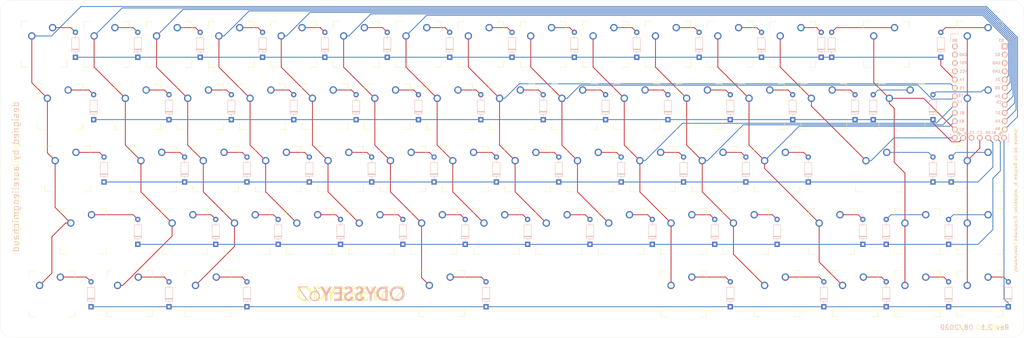
<source format=kicad_pcb>
(kicad_pcb (version 20171130) (host pcbnew "(5.1.6)-1")
  (title_block (title Odyssey17) (date 2020-04-20) (rev 1.0) (comment 1 github.com/aureliengmichaud) (comment 2 "Designed by aureliengmichaud"))
  (layers (0 F.Cu signal) (31 B.Cu signal) (34 B.Paste user) (35 F.Paste user) (36 B.SilkS user) (37 F.SilkS user) (38 B.Mask user) (39 F.Mask user) (44 Edge.Cuts user))
  (net 0 "")
  (net 1 "Net-(D1-Pad2)")
  (net 2 R0)
  (net 3 "Net-(D2-Pad2)")
  (net 4 "Net-(D3-Pad2)")
  (net 5 "Net-(D4-Pad2)")
  (net 6 "Net-(D5-Pad2)")
  (net 7 "Net-(D6-Pad2)")
  (net 8 "Net-(D7-Pad2)")
  (net 9 "Net-(D8-Pad2)")
  (net 10 "Net-(D9-Pad2)")
  (net 11 "Net-(D10-Pad2)")
  (net 12 "Net-(D11-Pad2)")
  (net 13 "Net-(D12-Pad2)")
  (net 14 "Net-(D13-Pad2)")
  (net 15 "Net-(D14-Pad2)")
  (net 16 "Net-(D15-Pad2)")
  (net 17 "Net-(D16-Pad2)")
  (net 18 R1)
  (net 19 "Net-(D17-Pad2)")
  (net 20 "Net-(D18-Pad2)")
  (net 21 "Net-(D19-Pad2)")
  (net 22 "Net-(D20-Pad2)")
  (net 23 "Net-(D21-Pad2)")
  (net 24 "Net-(D22-Pad2)")
  (net 25 "Net-(D23-Pad2)")
  (net 26 "Net-(D24-Pad2)")
  (net 27 "Net-(D25-Pad2)")
  (net 28 "Net-(D26-Pad2)")
  (net 29 "Net-(D27-Pad2)")
  (net 30 "Net-(D28-Pad2)")
  (net 31 "Net-(D29-Pad2)")
  (net 32 "Net-(D30-Pad2)")
  (net 33 "Net-(D31-Pad2)")
  (net 34 R2)
  (net 35 "Net-(D32-Pad2)")
  (net 36 "Net-(D33-Pad2)")
  (net 37 "Net-(D34-Pad2)")
  (net 38 "Net-(D35-Pad2)")
  (net 39 "Net-(D36-Pad2)")
  (net 40 "Net-(D37-Pad2)")
  (net 41 "Net-(D38-Pad2)")
  (net 42 "Net-(D39-Pad2)")
  (net 43 "Net-(D40-Pad2)")
  (net 44 "Net-(D41-Pad2)")
  (net 45 "Net-(D42-Pad2)")
  (net 46 "Net-(D43-Pad2)")
  (net 47 "Net-(D44-Pad2)")
  (net 48 "Net-(D45-Pad2)")
  (net 49 R3)
  (net 50 "Net-(D46-Pad2)")
  (net 51 "Net-(D47-Pad2)")
  (net 52 "Net-(D48-Pad2)")
  (net 53 "Net-(D49-Pad2)")
  (net 54 "Net-(D50-Pad2)")
  (net 55 "Net-(D51-Pad2)")
  (net 56 "Net-(D52-Pad2)")
  (net 57 "Net-(D53-Pad2)")
  (net 58 "Net-(D54-Pad2)")
  (net 59 "Net-(D55-Pad2)")
  (net 60 "Net-(D56-Pad2)")
  (net 61 "Net-(D57-Pad2)")
  (net 62 "Net-(D58-Pad2)")
  (net 63 "Net-(D59-Pad2)")
  (net 64 R4)
  (net 65 "Net-(D60-Pad2)")
  (net 66 "Net-(D61-Pad2)")
  (net 67 "Net-(D62-Pad2)")
  (net 68 "Net-(D63-Pad2)")
  (net 69 "Net-(D64-Pad2)")
  (net 70 "Net-(D65-Pad2)")
  (net 71 "Net-(D66-Pad2)")
  (net 72 "Net-(D67-Pad2)")
  (net 73 C0)
  (net 74 C1)
  (net 75 C2)
  (net 76 C3)
  (net 77 C4)
  (net 78 C5)
  (net 79 C6)
  (net 80 C7)
  (net 81 C8)
  (net 82 C9)
  (net 83 C10)
  (net 84 C11)
  (net 85 C12)
  (net 86 C13)
  (net 87 C14)
  (net 88 "Net-(U1-Pad28)")
  (net 89 "Net-(U1-Pad24)")
  (net 90 "Net-(U1-Pad23)")
  (net 91 "Net-(U1-Pad22)")
  (net 92 "Net-(U1-Pad21)")
  (net 93 "Net-(U1-Pad4)")
  (net 94 "Net-(U1-Pad3)")
  (net 95 "Net-(U1-Pad2)")
  (net 96 "Net-(U1-Pad1)")
  (module MX_Only:MXOnly-2U-NoLED (layer F.Cu) (at 323.05625 107.95)
    (fp_text reference MX14)
    (fp_text value MX-NoLED)
    (pad "" np_thru_hole circle (at 11.90625 8.255) (size 3.9878 3.9878) (drill 3.9878) (layers *.Cu *.Mask))
    (pad "" np_thru_hole circle (at -11.90625 8.255) (size 3.9878 3.9878) (drill 3.9878) (layers *.Cu *.Mask))
    (pad "" np_thru_hole circle (at 11.90625 -6.985) (size 3.048 3.048) (drill 3.048) (layers *.Cu *.Mask))
    (pad "" np_thru_hole circle (at -11.90625 -6.985) (size 3.048 3.048) (drill 3.048) (layers *.Cu *.Mask))
    (pad "" np_thru_hole circle (at 5.08 0 48.0996) (size 1.75 1.75) (drill 1.75) (layers *.Cu *.Mask))
    (pad "" np_thru_hole circle (at -5.08 0 48.0996) (size 1.75 1.75) (drill 1.75) (layers *.Cu *.Mask))
    (pad 1 thru_hole circle (at -3.81 -2.54) (size 2.25 2.25) (drill 1.47) (layers *.Cu B.Mask) (net 86 C13))
    (pad "" np_thru_hole circle (at 0 0) (size 3.9878 3.9878) (drill 3.9878) (layers *.Cu *.Mask))
    (pad 2 thru_hole circle (at 2.54 -5.08) (size 2.25 2.25) (drill 1.47) (layers *.Cu B.Mask) (net 15 "Net-(D14-Pad2)"))
  )
  (module Logos:Odyssey67_Logo_10mm (layer B.Cu) (at 159.54375 184.15 180)
    (fp_text reference G*** hide)
    (fp_text value LOGO hide)
  )
  (module Logos:Odyssey67_Logo_10mm (layer F.Cu) (at 159.54375 184.15)
    (fp_text reference G*** hide)
    (fp_text value LOGO hide)
  )
  (module Keebio-Parts:Elite-C (layer B.Cu) (at 351.63125 122.555 270)
    (fp_text reference U1 hide)
    (fp_text value Elite-C hide)
    (fp_text user D5 (at 12.4 -2.54) (layer B.SilkS) (effects (font (size 0.8 0.8)) (justify mirror)))
    (fp_text user F1 (at 12.4 2.54) (layer B.SilkS) (effects (font (size 0.8 0.8)) (justify mirror)))
    (fp_text user C7 (at 12.4 0) (layer B.SilkS) (effects (font (size 0.8 0.8)) (justify mirror)))
    (fp_text user B6 (at 12.7 6.4 315 unlocked) (layer B.SilkS) (effects (font (size 0.7 0.7)) (justify mirror)))
    (fp_text user F0 (at 12.6 4.064) (layer B.SilkS) (effects (font (size 0.7 0.7)) (justify mirror)))
    (fp_text user B7 (at 12.446 -4.318) (layer B.SilkS) (effects (font (size 0.7 0.7)) (justify mirror)))
    (fp_text user D3 (at -15.748 -6.604) (layer B.SilkS) (effects (font (size 0.8 0.8)) (justify mirror)))
    (fp_text user D2 (at -11.43 -5.461) (layer B.SilkS) (effects (font (size 0.8 0.8)) (justify mirror)))
    (fp_text user D0 (at -1.27 -5.461) (layer B.SilkS) (effects (font (size 0.8 0.8)) (justify mirror)))
    (fp_text user D1 (at -3.81 -5.461) (layer B.SilkS) (effects (font (size 0.8 0.8)) (justify mirror)))
    (fp_text user GND (at -6.35 -5.08) (layer B.SilkS) (effects (font (size 0.8 0.8)) (justify mirror)))
    (fp_text user GND (at -8.89 -5.08) (layer B.SilkS) (effects (font (size 0.8 0.8)) (justify mirror)))
    (fp_text user D4 (at 1.27 -5.461) (layer B.SilkS) (effects (font (size 0.8 0.8)) (justify mirror)))
    (fp_text user C6 (at 3.048 -5.842) (layer B.SilkS) (effects (font (size 0.8 0.8)) (justify mirror)))
    (fp_text user D7 (at 6.35 -5.461) (layer B.SilkS) (effects (font (size 0.8 0.8)) (justify mirror)))
    (fp_text user E6 (at 8.89 -5.461) (layer B.SilkS) (effects (font (size 0.8 0.8)) (justify mirror)))
    (fp_text user B4 (at 11.176 -5.461) (layer B.SilkS) (effects (font (size 0.8 0.8)) (justify mirror)))
    (fp_text user B5 (at 12.7 -6.4 225) (layer B.SilkS) (effects (font (size 0.7 0.7)) (justify mirror)))
    (fp_text user B3 (at 8.89 5.461) (layer B.SilkS) (effects (font (size 0.8 0.8)) (justify mirror)))
    (fp_text user B1 (at 6.35 5.461) (layer B.SilkS) (effects (font (size 0.8 0.8)) (justify mirror)))
    (fp_text user F4 (at -3.81 5.461) (layer B.SilkS) (effects (font (size 0.8 0.8)) (justify mirror)))
    (fp_text user VCC (at -6.35 5.08) (layer B.SilkS) (effects (font (size 0.8 0.8)) (justify mirror)))
    (fp_text user RST (at -8.92 5.08) (layer B.SilkS) (effects (font (size 0.8 0.8)) (justify mirror)))
    (fp_text user GND (at -11.43 5.08) (layer B.SilkS) (effects (font (size 0.8 0.8)) (justify mirror)))
    (fp_text user B0 (at -15.748 7.62) (layer B.SilkS) (effects (font (size 0.8 0.8)) (justify mirror)))
    (fp_text user F5 (at -1.27 5.461) (layer B.SilkS) (effects (font (size 0.8 0.8)) (justify mirror)))
    (fp_text user F6 (at 1.016 5.842) (layer B.SilkS) (effects (font (size 0.8 0.8)) (justify mirror)))
    (fp_text user F7 (at 3.048 6.096) (layer B.SilkS) (effects (font (size 0.8 0.8)) (justify mirror)))
    (fp_text user B2 (at 11.43 5.461) (layer B.SilkS) (effects (font (size 0.8 0.8)) (justify mirror)))
    (pad 25 thru_hole circle (at 13.97 -5.08 270) (size 1.7526 1.7526) (drill 1.0922) (layers *.Cu *.SilkS *.Mask) (net 49 R3))
    (pad 26 thru_hole circle (at 13.97 -2.54 270) (size 1.7526 1.7526) (drill 1.0922) (layers *.Cu *.SilkS *.Mask) (net 34 R2))
    (pad 27 thru_hole circle (at 13.97 0 270) (size 1.7526 1.7526) (drill 1.0922) (layers *.Cu *.SilkS *.Mask) (net 87 C14))
    (pad 28 thru_hole circle (at 13.97 2.54 270) (size 1.7526 1.7526) (drill 1.0922) (layers *.Cu *.SilkS *.Mask) (net 88 "Net-(U1-Pad28)"))
    (pad 29 thru_hole circle (at 13.97 5.08 270) (size 1.7526 1.7526) (drill 1.0922) (layers *.Cu *.SilkS *.Mask) (net 18 R1))
    (pad 24 thru_hole circle (at -13.97 7.62 270) (size 1.7526 1.7526) (drill 1.0922) (layers *.Cu *.SilkS *.Mask) (net 89 "Net-(U1-Pad24)"))
    (pad 12 thru_hole circle (at 13.97 -7.3914 270) (size 1.7526 1.7526) (drill 1.0922) (layers *.Cu *.SilkS *.Mask) (net 64 R4))
    (pad 23 thru_hole circle (at -11.43 7.62 270) (size 1.7526 1.7526) (drill 1.0922) (layers *.Cu *.SilkS *.Mask) (net 90 "Net-(U1-Pad23)"))
    (pad 22 thru_hole circle (at -8.89 7.62 270) (size 1.7526 1.7526) (drill 1.0922) (layers *.Cu *.SilkS *.Mask) (net 91 "Net-(U1-Pad22)"))
    (pad 21 thru_hole circle (at -6.35 7.62 270) (size 1.7526 1.7526) (drill 1.0922) (layers *.Cu *.SilkS *.Mask) (net 92 "Net-(U1-Pad21)"))
    (pad 20 thru_hole circle (at -3.81 7.62 270) (size 1.7526 1.7526) (drill 1.0922) (layers *.Cu *.SilkS *.Mask) (net 2 R0))
    (pad 19 thru_hole circle (at -1.27 7.62 270) (size 1.7526 1.7526) (drill 1.0922) (layers *.Cu *.SilkS *.Mask) (net 80 C7))
    (pad 18 thru_hole circle (at 1.27 7.62 270) (size 1.7526 1.7526) (drill 1.0922) (layers *.Cu *.SilkS *.Mask) (net 81 C8))
    (pad 17 thru_hole circle (at 3.81 7.62 270) (size 1.7526 1.7526) (drill 1.0922) (layers *.Cu *.SilkS *.Mask) (net 82 C9))
    (pad 16 thru_hole circle (at 6.35 7.62 270) (size 1.7526 1.7526) (drill 1.0922) (layers *.Cu *.SilkS *.Mask) (net 83 C10))
    (pad 15 thru_hole circle (at 8.89 7.62 270) (size 1.7526 1.7526) (drill 1.0922) (layers *.Cu *.SilkS *.Mask) (net 84 C11))
    (pad 14 thru_hole circle (at 11.43 7.62 270) (size 1.7526 1.7526) (drill 1.0922) (layers *.Cu *.SilkS *.Mask) (net 86 C13))
    (pad 13 thru_hole circle (at 13.97 7.62 270) (size 1.7526 1.7526) (drill 1.0922) (layers *.Cu *.SilkS *.Mask) (net 85 C12))
    (pad 11 thru_hole circle (at 11.43 -7.62 270) (size 1.7526 1.7526) (drill 1.0922) (layers *.Cu *.SilkS *.Mask) (net 73 C0))
    (pad 10 thru_hole circle (at 8.89 -7.62 270) (size 1.7526 1.7526) (drill 1.0922) (layers *.Cu *.SilkS *.Mask) (net 74 C1))
    (pad 9 thru_hole circle (at 6.35 -7.62 270) (size 1.7526 1.7526) (drill 1.0922) (layers *.Cu *.SilkS *.Mask) (net 75 C2))
    (pad 8 thru_hole circle (at 3.81 -7.62 270) (size 1.7526 1.7526) (drill 1.0922) (layers *.Cu *.SilkS *.Mask) (net 76 C3))
    (pad 7 thru_hole circle (at 1.27 -7.62 270) (size 1.7526 1.7526) (drill 1.0922) (layers *.Cu *.SilkS *.Mask) (net 77 C4))
    (pad 6 thru_hole circle (at -1.27 -7.62 270) (size 1.7526 1.7526) (drill 1.0922) (layers *.Cu *.SilkS *.Mask) (net 78 C5))
    (pad 5 thru_hole circle (at -3.81 -7.62 270) (size 1.7526 1.7526) (drill 1.0922) (layers *.Cu *.SilkS *.Mask) (net 79 C6))
    (pad 4 thru_hole circle (at -6.35 -7.62 270) (size 1.7526 1.7526) (drill 1.0922) (layers *.Cu *.SilkS *.Mask) (net 93 "Net-(U1-Pad4)"))
    (pad 3 thru_hole circle (at -8.89 -7.62 270) (size 1.7526 1.7526) (drill 1.0922) (layers *.Cu *.SilkS *.Mask) (net 94 "Net-(U1-Pad3)"))
    (pad 2 thru_hole circle (at -11.43 -7.62 270) (size 1.7526 1.7526) (drill 1.0922) (layers *.Cu *.SilkS *.Mask) (net 95 "Net-(U1-Pad2)"))
    (pad 1 thru_hole rect (at -13.97 -7.62 270) (size 1.7526 1.7526) (drill 1.0922) (layers *.Cu *.SilkS *.Mask) (net 96 "Net-(U1-Pad1)"))
  )
  (module MX_Only:MXOnly-1U-NoLED (layer F.Cu) (at 351.63125 184.15)
    (fp_text reference MX67)
    (fp_text value MX-NoLED)
    (pad "" np_thru_hole circle (at 5.08 0 48.0996) (size 1.75 1.75) (drill 1.75) (layers *.Cu *.Mask))
    (pad "" np_thru_hole circle (at -5.08 0 48.0996) (size 1.75 1.75) (drill 1.75) (layers *.Cu *.Mask))
    (pad 1 thru_hole circle (at -3.81 -2.54) (size 2.25 2.25) (drill 1.47) (layers *.Cu B.Mask) (net 87 C14))
    (pad "" np_thru_hole circle (at 0 0) (size 3.9878 3.9878) (drill 3.9878) (layers *.Cu *.Mask))
    (pad 2 thru_hole circle (at 2.54 -5.08) (size 2.25 2.25) (drill 1.47) (layers *.Cu B.Mask) (net 72 "Net-(D67-Pad2)"))
  )
  (module MX_Only:MXOnly-1U-NoLED (layer F.Cu) (at 332.58125 184.15)
    (fp_text reference MX66)
    (fp_text value MX-NoLED)
    (pad "" np_thru_hole circle (at 5.08 0 48.0996) (size 1.75 1.75) (drill 1.75) (layers *.Cu *.Mask))
    (pad "" np_thru_hole circle (at -5.08 0 48.0996) (size 1.75 1.75) (drill 1.75) (layers *.Cu *.Mask))
    (pad 1 thru_hole circle (at -3.81 -2.54) (size 2.25 2.25) (drill 1.47) (layers *.Cu B.Mask) (net 86 C13))
    (pad "" np_thru_hole circle (at 0 0) (size 3.9878 3.9878) (drill 3.9878) (layers *.Cu *.Mask))
    (pad 2 thru_hole circle (at 2.54 -5.08) (size 2.25 2.25) (drill 1.47) (layers *.Cu B.Mask) (net 71 "Net-(D66-Pad2)"))
  )
  (module MX_Only:MXOnly-1U-NoLED (layer F.Cu) (at 313.53125 184.15)
    (fp_text reference MX65)
    (fp_text value MX-NoLED)
    (pad "" np_thru_hole circle (at 5.08 0 48.0996) (size 1.75 1.75) (drill 1.75) (layers *.Cu *.Mask))
    (pad "" np_thru_hole circle (at -5.08 0 48.0996) (size 1.75 1.75) (drill 1.75) (layers *.Cu *.Mask))
    (pad 1 thru_hole circle (at -3.81 -2.54) (size 2.25 2.25) (drill 1.47) (layers *.Cu B.Mask) (net 84 C11))
    (pad "" np_thru_hole circle (at 0 0) (size 3.9878 3.9878) (drill 3.9878) (layers *.Cu *.Mask))
    (pad 2 thru_hole circle (at 2.54 -5.08) (size 2.25 2.25) (drill 1.47) (layers *.Cu B.Mask) (net 70 "Net-(D65-Pad2)"))
  )
  (module MX_Only:MXOnly-1.5U-NoLED (layer F.Cu) (at 289.71875 184.15)
    (fp_text reference MX64)
    (fp_text value MX-NoLED)
    (pad "" np_thru_hole circle (at 5.08 0 48.0996) (size 1.75 1.75) (drill 1.75) (layers *.Cu *.Mask))
    (pad "" np_thru_hole circle (at -5.08 0 48.0996) (size 1.75 1.75) (drill 1.75) (layers *.Cu *.Mask))
    (pad 1 thru_hole circle (at -3.81 -2.54) (size 2.25 2.25) (drill 1.47) (layers *.Cu B.Mask) (net 83 C10))
    (pad "" np_thru_hole circle (at 0 0) (size 3.9878 3.9878) (drill 3.9878) (layers *.Cu *.Mask))
    (pad 2 thru_hole circle (at 2.54 -5.08) (size 2.25 2.25) (drill 1.47) (layers *.Cu B.Mask) (net 69 "Net-(D64-Pad2)"))
  )
  (module MX_Only:MXOnly-1.5U-NoLED (layer F.Cu) (at 261.14375 184.15)
    (fp_text reference MX63)
    (fp_text value MX-NoLED)
    (pad "" np_thru_hole circle (at 5.08 0 48.0996) (size 1.75 1.75) (drill 1.75) (layers *.Cu *.Mask))
    (pad "" np_thru_hole circle (at -5.08 0 48.0996) (size 1.75 1.75) (drill 1.75) (layers *.Cu *.Mask))
    (pad 1 thru_hole circle (at -3.81 -2.54) (size 2.25 2.25) (drill 1.47) (layers *.Cu B.Mask) (net 82 C9))
    (pad "" np_thru_hole circle (at 0 0) (size 3.9878 3.9878) (drill 3.9878) (layers *.Cu *.Mask))
    (pad 2 thru_hole circle (at 2.54 -5.08) (size 2.25 2.25) (drill 1.47) (layers *.Cu B.Mask) (net 68 "Net-(D63-Pad2)"))
  )
  (module MX_Only:MXOnly-6.25U-NoLED (layer F.Cu) (at 187.325 184.15)
    (fp_text reference MX62)
    (fp_text value MX-NoLED)
    (pad "" np_thru_hole circle (at 49.9999 8.255) (size 3.9878 3.9878) (drill 3.9878) (layers *.Cu *.Mask))
    (pad "" np_thru_hole circle (at -49.9999 8.255) (size 3.9878 3.9878) (drill 3.9878) (layers *.Cu *.Mask))
    (pad "" np_thru_hole circle (at 49.9999 -6.985) (size 3.048 3.048) (drill 3.048) (layers *.Cu *.Mask))
    (pad "" np_thru_hole circle (at -49.9999 -6.985) (size 3.048 3.048) (drill 3.048) (layers *.Cu *.Mask))
    (pad "" np_thru_hole circle (at 5.08 0 48.0996) (size 1.75 1.75) (drill 1.75) (layers *.Cu *.Mask))
    (pad "" np_thru_hole circle (at -5.08 0 48.0996) (size 1.75 1.75) (drill 1.75) (layers *.Cu *.Mask))
    (pad 1 thru_hole circle (at -3.81 -2.54) (size 2.25 2.25) (drill 1.47) (layers *.Cu B.Mask) (net 78 C5))
    (pad "" np_thru_hole circle (at 0 0) (size 3.9878 3.9878) (drill 3.9878) (layers *.Cu *.Mask))
    (pad 2 thru_hole circle (at 2.54 -5.08) (size 2.25 2.25) (drill 1.47) (layers *.Cu B.Mask) (net 67 "Net-(D62-Pad2)"))
  )
  (module MX_Only:MXOnly-1.25U-NoLED (layer F.Cu) (at 115.8875 184.15)
    (fp_text reference MX61)
    (fp_text value MX-NoLED)
    (pad "" np_thru_hole circle (at 5.08 0 48.0996) (size 1.75 1.75) (drill 1.75) (layers *.Cu *.Mask))
    (pad "" np_thru_hole circle (at -5.08 0 48.0996) (size 1.75 1.75) (drill 1.75) (layers *.Cu *.Mask))
    (pad 1 thru_hole circle (at -3.81 -2.54) (size 2.25 2.25) (drill 1.47) (layers *.Cu B.Mask) (net 75 C2))
    (pad "" np_thru_hole circle (at 0 0) (size 3.9878 3.9878) (drill 3.9878) (layers *.Cu *.Mask))
    (pad 2 thru_hole circle (at 2.54 -5.08) (size 2.25 2.25) (drill 1.47) (layers *.Cu B.Mask) (net 66 "Net-(D61-Pad2)"))
  )
  (module MX_Only:MXOnly-1.25U-NoLED (layer F.Cu) (at 92.075 184.15)
    (fp_text reference MX60)
    (fp_text value MX-NoLED)
    (pad "" np_thru_hole circle (at 5.08 0 48.0996) (size 1.75 1.75) (drill 1.75) (layers *.Cu *.Mask))
    (pad "" np_thru_hole circle (at -5.08 0 48.0996) (size 1.75 1.75) (drill 1.75) (layers *.Cu *.Mask))
    (pad 1 thru_hole circle (at -3.81 -2.54) (size 2.25 2.25) (drill 1.47) (layers *.Cu B.Mask) (net 74 C1))
    (pad "" np_thru_hole circle (at 0 0) (size 3.9878 3.9878) (drill 3.9878) (layers *.Cu *.Mask))
    (pad 2 thru_hole circle (at 2.54 -5.08) (size 2.25 2.25) (drill 1.47) (layers *.Cu B.Mask) (net 65 "Net-(D60-Pad2)"))
  )
  (module MX_Only:MXOnly-1.25U-NoLED (layer F.Cu) (at 68.2625 184.15)
    (fp_text reference MX59)
    (fp_text value MX-NoLED)
    (pad "" np_thru_hole circle (at 5.08 0 48.0996) (size 1.75 1.75) (drill 1.75) (layers *.Cu *.Mask))
    (pad "" np_thru_hole circle (at -5.08 0 48.0996) (size 1.75 1.75) (drill 1.75) (layers *.Cu *.Mask))
    (pad 1 thru_hole circle (at -3.81 -2.54) (size 2.25 2.25) (drill 1.47) (layers *.Cu B.Mask) (net 73 C0))
    (pad "" np_thru_hole circle (at 0 0) (size 3.9878 3.9878) (drill 3.9878) (layers *.Cu *.Mask))
    (pad 2 thru_hole circle (at 2.54 -5.08) (size 2.25 2.25) (drill 1.47) (layers *.Cu B.Mask) (net 63 "Net-(D59-Pad2)"))
  )
  (module MX_Only:MXOnly-1U-NoLED (layer F.Cu) (at 351.63125 165.1)
    (fp_text reference MX58)
    (fp_text value MX-NoLED)
    (pad "" np_thru_hole circle (at 5.08 0 48.0996) (size 1.75 1.75) (drill 1.75) (layers *.Cu *.Mask))
    (pad "" np_thru_hole circle (at -5.08 0 48.0996) (size 1.75 1.75) (drill 1.75) (layers *.Cu *.Mask))
    (pad 1 thru_hole circle (at -3.81 -2.54) (size 2.25 2.25) (drill 1.47) (layers *.Cu B.Mask) (net 87 C14))
    (pad "" np_thru_hole circle (at 0 0) (size 3.9878 3.9878) (drill 3.9878) (layers *.Cu *.Mask))
    (pad 2 thru_hole circle (at 2.54 -5.08) (size 2.25 2.25) (drill 1.47) (layers *.Cu B.Mask) (net 62 "Net-(D58-Pad2)"))
  )
  (module MX_Only:MXOnly-1U-NoLED (layer F.Cu) (at 332.58125 165.1)
    (fp_text reference MX57)
    (fp_text value MX-NoLED)
    (pad "" np_thru_hole circle (at 5.08 0 48.0996) (size 1.75 1.75) (drill 1.75) (layers *.Cu *.Mask))
    (pad "" np_thru_hole circle (at -5.08 0 48.0996) (size 1.75 1.75) (drill 1.75) (layers *.Cu *.Mask))
    (pad 1 thru_hole circle (at -3.81 -2.54) (size 2.25 2.25) (drill 1.47) (layers *.Cu B.Mask) (net 86 C13))
    (pad "" np_thru_hole circle (at 0 0) (size 3.9878 3.9878) (drill 3.9878) (layers *.Cu *.Mask))
    (pad 2 thru_hole circle (at 2.54 -5.08) (size 2.25 2.25) (drill 1.47) (layers *.Cu B.Mask) (net 61 "Net-(D57-Pad2)"))
  )
  (module MX_Only:MXOnly-1.75U-NoLED (layer F.Cu) (at 306.3875 165.1)
    (fp_text reference MX56)
    (fp_text value MX-NoLED)
    (pad "" np_thru_hole circle (at 5.08 0 48.0996) (size 1.75 1.75) (drill 1.75) (layers *.Cu *.Mask))
    (pad "" np_thru_hole circle (at -5.08 0 48.0996) (size 1.75 1.75) (drill 1.75) (layers *.Cu *.Mask))
    (pad 1 thru_hole circle (at -3.81 -2.54) (size 2.25 2.25) (drill 1.47) (layers *.Cu B.Mask) (net 84 C11))
    (pad "" np_thru_hole circle (at 0 0) (size 3.9878 3.9878) (drill 3.9878) (layers *.Cu *.Mask))
    (pad 2 thru_hole circle (at 2.54 -5.08) (size 2.25 2.25) (drill 1.47) (layers *.Cu B.Mask) (net 60 "Net-(D56-Pad2)"))
  )
  (module MX_Only:MXOnly-1U-NoLED (layer F.Cu) (at 280.19375 165.1)
    (fp_text reference MX55)
    (fp_text value MX-NoLED)
    (pad "" np_thru_hole circle (at 5.08 0 48.0996) (size 1.75 1.75) (drill 1.75) (layers *.Cu *.Mask))
    (pad "" np_thru_hole circle (at -5.08 0 48.0996) (size 1.75 1.75) (drill 1.75) (layers *.Cu *.Mask))
    (pad 1 thru_hole circle (at -3.81 -2.54) (size 2.25 2.25) (drill 1.47) (layers *.Cu B.Mask) (net 83 C10))
    (pad "" np_thru_hole circle (at 0 0) (size 3.9878 3.9878) (drill 3.9878) (layers *.Cu *.Mask))
    (pad 2 thru_hole circle (at 2.54 -5.08) (size 2.25 2.25) (drill 1.47) (layers *.Cu B.Mask) (net 59 "Net-(D55-Pad2)"))
  )
  (module MX_Only:MXOnly-1U-NoLED (layer F.Cu) (at 261.14375 165.1)
    (fp_text reference MX54)
    (fp_text value MX-NoLED)
    (pad "" np_thru_hole circle (at 5.08 0 48.0996) (size 1.75 1.75) (drill 1.75) (layers *.Cu *.Mask))
    (pad "" np_thru_hole circle (at -5.08 0 48.0996) (size 1.75 1.75) (drill 1.75) (layers *.Cu *.Mask))
    (pad 1 thru_hole circle (at -3.81 -2.54) (size 2.25 2.25) (drill 1.47) (layers *.Cu B.Mask) (net 82 C9))
    (pad "" np_thru_hole circle (at 0 0) (size 3.9878 3.9878) (drill 3.9878) (layers *.Cu *.Mask))
    (pad 2 thru_hole circle (at 2.54 -5.08) (size 2.25 2.25) (drill 1.47) (layers *.Cu B.Mask) (net 58 "Net-(D54-Pad2)"))
  )
  (module MX_Only:MXOnly-1U-NoLED (layer F.Cu) (at 242.09375 165.1)
    (fp_text reference MX53)
    (fp_text value MX-NoLED)
    (pad "" np_thru_hole circle (at 5.08 0 48.0996) (size 1.75 1.75) (drill 1.75) (layers *.Cu *.Mask))
    (pad "" np_thru_hole circle (at -5.08 0 48.0996) (size 1.75 1.75) (drill 1.75) (layers *.Cu *.Mask))
    (pad 1 thru_hole circle (at -3.81 -2.54) (size 2.25 2.25) (drill 1.47) (layers *.Cu B.Mask) (net 81 C8))
    (pad "" np_thru_hole circle (at 0 0) (size 3.9878 3.9878) (drill 3.9878) (layers *.Cu *.Mask))
    (pad 2 thru_hole circle (at 2.54 -5.08) (size 2.25 2.25) (drill 1.47) (layers *.Cu B.Mask) (net 57 "Net-(D53-Pad2)"))
  )
  (module MX_Only:MXOnly-1U-NoLED (layer F.Cu) (at 223.04375 165.1)
    (fp_text reference MX52)
    (fp_text value MX-NoLED)
    (pad "" np_thru_hole circle (at 5.08 0 48.0996) (size 1.75 1.75) (drill 1.75) (layers *.Cu *.Mask))
    (pad "" np_thru_hole circle (at -5.08 0 48.0996) (size 1.75 1.75) (drill 1.75) (layers *.Cu *.Mask))
    (pad 1 thru_hole circle (at -3.81 -2.54) (size 2.25 2.25) (drill 1.47) (layers *.Cu B.Mask) (net 80 C7))
    (pad "" np_thru_hole circle (at 0 0) (size 3.9878 3.9878) (drill 3.9878) (layers *.Cu *.Mask))
    (pad 2 thru_hole circle (at 2.54 -5.08) (size 2.25 2.25) (drill 1.47) (layers *.Cu B.Mask) (net 56 "Net-(D52-Pad2)"))
  )
  (module MX_Only:MXOnly-1U-NoLED (layer F.Cu) (at 203.99375 165.1)
    (fp_text reference MX51)
    (fp_text value MX-NoLED)
    (pad "" np_thru_hole circle (at 5.08 0 48.0996) (size 1.75 1.75) (drill 1.75) (layers *.Cu *.Mask))
    (pad "" np_thru_hole circle (at -5.08 0 48.0996) (size 1.75 1.75) (drill 1.75) (layers *.Cu *.Mask))
    (pad 1 thru_hole circle (at -3.81 -2.54) (size 2.25 2.25) (drill 1.47) (layers *.Cu B.Mask) (net 79 C6))
    (pad "" np_thru_hole circle (at 0 0) (size 3.9878 3.9878) (drill 3.9878) (layers *.Cu *.Mask))
    (pad 2 thru_hole circle (at 2.54 -5.08) (size 2.25 2.25) (drill 1.47) (layers *.Cu B.Mask) (net 55 "Net-(D51-Pad2)"))
  )
  (module MX_Only:MXOnly-1U-NoLED (layer F.Cu) (at 184.94375 165.1)
    (fp_text reference MX50)
    (fp_text value MX-NoLED)
    (pad "" np_thru_hole circle (at 5.08 0 48.0996) (size 1.75 1.75) (drill 1.75) (layers *.Cu *.Mask))
    (pad "" np_thru_hole circle (at -5.08 0 48.0996) (size 1.75 1.75) (drill 1.75) (layers *.Cu *.Mask))
    (pad 1 thru_hole circle (at -3.81 -2.54) (size 2.25 2.25) (drill 1.47) (layers *.Cu B.Mask) (net 78 C5))
    (pad "" np_thru_hole circle (at 0 0) (size 3.9878 3.9878) (drill 3.9878) (layers *.Cu *.Mask))
    (pad 2 thru_hole circle (at 2.54 -5.08) (size 2.25 2.25) (drill 1.47) (layers *.Cu B.Mask) (net 54 "Net-(D50-Pad2)"))
  )
  (module MX_Only:MXOnly-1U-NoLED (layer F.Cu) (at 165.89375 165.1)
    (fp_text reference MX49)
    (fp_text value MX-NoLED)
    (pad "" np_thru_hole circle (at 5.08 0 48.0996) (size 1.75 1.75) (drill 1.75) (layers *.Cu *.Mask))
    (pad "" np_thru_hole circle (at -5.08 0 48.0996) (size 1.75 1.75) (drill 1.75) (layers *.Cu *.Mask))
    (pad 1 thru_hole circle (at -3.81 -2.54) (size 2.25 2.25) (drill 1.47) (layers *.Cu B.Mask) (net 77 C4))
    (pad "" np_thru_hole circle (at 0 0) (size 3.9878 3.9878) (drill 3.9878) (layers *.Cu *.Mask))
    (pad 2 thru_hole circle (at 2.54 -5.08) (size 2.25 2.25) (drill 1.47) (layers *.Cu B.Mask) (net 53 "Net-(D49-Pad2)"))
  )
  (module MX_Only:MXOnly-1U-NoLED (layer F.Cu) (at 146.84375 165.1)
    (fp_text reference MX48)
    (fp_text value MX-NoLED)
    (pad "" np_thru_hole circle (at 5.08 0 48.0996) (size 1.75 1.75) (drill 1.75) (layers *.Cu *.Mask))
    (pad "" np_thru_hole circle (at -5.08 0 48.0996) (size 1.75 1.75) (drill 1.75) (layers *.Cu *.Mask))
    (pad 1 thru_hole circle (at -3.81 -2.54) (size 2.25 2.25) (drill 1.47) (layers *.Cu B.Mask) (net 76 C3))
    (pad "" np_thru_hole circle (at 0 0) (size 3.9878 3.9878) (drill 3.9878) (layers *.Cu *.Mask))
    (pad 2 thru_hole circle (at 2.54 -5.08) (size 2.25 2.25) (drill 1.47) (layers *.Cu B.Mask) (net 52 "Net-(D48-Pad2)"))
  )
  (module MX_Only:MXOnly-1U-NoLED (layer F.Cu) (at 127.79375 165.1)
    (fp_text reference MX47)
    (fp_text value MX-NoLED)
    (pad "" np_thru_hole circle (at 5.08 0 48.0996) (size 1.75 1.75) (drill 1.75) (layers *.Cu *.Mask))
    (pad "" np_thru_hole circle (at -5.08 0 48.0996) (size 1.75 1.75) (drill 1.75) (layers *.Cu *.Mask))
    (pad 1 thru_hole circle (at -3.81 -2.54) (size 2.25 2.25) (drill 1.47) (layers *.Cu B.Mask) (net 75 C2))
    (pad "" np_thru_hole circle (at 0 0) (size 3.9878 3.9878) (drill 3.9878) (layers *.Cu *.Mask))
    (pad 2 thru_hole circle (at 2.54 -5.08) (size 2.25 2.25) (drill 1.47) (layers *.Cu B.Mask) (net 51 "Net-(D47-Pad2)"))
  )
  (module MX_Only:MXOnly-1U-NoLED (layer F.Cu) (at 108.74375 165.1)
    (fp_text reference MX46)
    (fp_text value MX-NoLED)
    (pad "" np_thru_hole circle (at 5.08 0 48.0996) (size 1.75 1.75) (drill 1.75) (layers *.Cu *.Mask))
    (pad "" np_thru_hole circle (at -5.08 0 48.0996) (size 1.75 1.75) (drill 1.75) (layers *.Cu *.Mask))
    (pad 1 thru_hole circle (at -3.81 -2.54) (size 2.25 2.25) (drill 1.47) (layers *.Cu B.Mask) (net 74 C1))
    (pad "" np_thru_hole circle (at 0 0) (size 3.9878 3.9878) (drill 3.9878) (layers *.Cu *.Mask))
    (pad 2 thru_hole circle (at 2.54 -5.08) (size 2.25 2.25) (drill 1.47) (layers *.Cu B.Mask) (net 50 "Net-(D46-Pad2)"))
  )
  (module MX_Only:MXOnly-2.25U-NoLED (layer F.Cu) (at 77.7875 165.1)
    (fp_text reference MX45)
    (fp_text value MX-NoLED)
    (pad "" np_thru_hole circle (at 11.90625 8.255) (size 3.9878 3.9878) (drill 3.9878) (layers *.Cu *.Mask))
    (pad "" np_thru_hole circle (at -11.90625 8.255) (size 3.9878 3.9878) (drill 3.9878) (layers *.Cu *.Mask))
    (pad "" np_thru_hole circle (at 11.90625 -6.985) (size 3.048 3.048) (drill 3.048) (layers *.Cu *.Mask))
    (pad "" np_thru_hole circle (at -11.90625 -6.985) (size 3.048 3.048) (drill 3.048) (layers *.Cu *.Mask))
    (pad "" np_thru_hole circle (at 5.08 0 48.0996) (size 1.75 1.75) (drill 1.75) (layers *.Cu *.Mask))
    (pad "" np_thru_hole circle (at -5.08 0 48.0996) (size 1.75 1.75) (drill 1.75) (layers *.Cu *.Mask))
    (pad 1 thru_hole circle (at -3.81 -2.54) (size 2.25 2.25) (drill 1.47) (layers *.Cu B.Mask) (net 73 C0))
    (pad "" np_thru_hole circle (at 0 0) (size 3.9878 3.9878) (drill 3.9878) (layers *.Cu *.Mask))
    (pad 2 thru_hole circle (at 2.54 -5.08) (size 2.25 2.25) (drill 1.47) (layers *.Cu B.Mask) (net 48 "Net-(D45-Pad2)"))
  )
  (module MX_Only:MXOnly-1U-NoLED (layer F.Cu) (at 351.63125 146.05)
    (fp_text reference MX44)
    (fp_text value MX-NoLED)
    (pad "" np_thru_hole circle (at 5.08 0 48.0996) (size 1.75 1.75) (drill 1.75) (layers *.Cu *.Mask))
    (pad "" np_thru_hole circle (at -5.08 0 48.0996) (size 1.75 1.75) (drill 1.75) (layers *.Cu *.Mask))
    (pad 1 thru_hole circle (at -3.81 -2.54) (size 2.25 2.25) (drill 1.47) (layers *.Cu B.Mask) (net 87 C14))
    (pad "" np_thru_hole circle (at 0 0) (size 3.9878 3.9878) (drill 3.9878) (layers *.Cu *.Mask))
    (pad 2 thru_hole circle (at 2.54 -5.08) (size 2.25 2.25) (drill 1.47) (layers *.Cu B.Mask) (net 47 "Net-(D44-Pad2)"))
  )
  (module MX_Only:MXOnly-2.25U-NoLED (layer F.Cu) (at 320.675 146.05)
    (fp_text reference MX43)
    (fp_text value MX-NoLED)
    (pad "" np_thru_hole circle (at 11.90625 8.255) (size 3.9878 3.9878) (drill 3.9878) (layers *.Cu *.Mask))
    (pad "" np_thru_hole circle (at -11.90625 8.255) (size 3.9878 3.9878) (drill 3.9878) (layers *.Cu *.Mask))
    (pad "" np_thru_hole circle (at 11.90625 -6.985) (size 3.048 3.048) (drill 3.048) (layers *.Cu *.Mask))
    (pad "" np_thru_hole circle (at -11.90625 -6.985) (size 3.048 3.048) (drill 3.048) (layers *.Cu *.Mask))
    (pad "" np_thru_hole circle (at 5.08 0 48.0996) (size 1.75 1.75) (drill 1.75) (layers *.Cu *.Mask))
    (pad "" np_thru_hole circle (at -5.08 0 48.0996) (size 1.75 1.75) (drill 1.75) (layers *.Cu *.Mask))
    (pad 1 thru_hole circle (at -3.81 -2.54) (size 2.25 2.25) (drill 1.47) (layers *.Cu B.Mask) (net 85 C12))
    (pad "" np_thru_hole circle (at 0 0) (size 3.9878 3.9878) (drill 3.9878) (layers *.Cu *.Mask))
    (pad 2 thru_hole circle (at 2.54 -5.08) (size 2.25 2.25) (drill 1.47) (layers *.Cu B.Mask) (net 46 "Net-(D43-Pad2)"))
  )
  (module MX_Only:MXOnly-1U-NoLED (layer F.Cu) (at 289.71875 146.05)
    (fp_text reference MX42)
    (fp_text value MX-NoLED)
    (pad "" np_thru_hole circle (at 5.08 0 48.0996) (size 1.75 1.75) (drill 1.75) (layers *.Cu *.Mask))
    (pad "" np_thru_hole circle (at -5.08 0 48.0996) (size 1.75 1.75) (drill 1.75) (layers *.Cu *.Mask))
    (pad 1 thru_hole circle (at -3.81 -2.54) (size 2.25 2.25) (drill 1.47) (layers *.Cu B.Mask) (net 84 C11))
    (pad "" np_thru_hole circle (at 0 0) (size 3.9878 3.9878) (drill 3.9878) (layers *.Cu *.Mask))
    (pad 2 thru_hole circle (at 2.54 -5.08) (size 2.25 2.25) (drill 1.47) (layers *.Cu B.Mask) (net 45 "Net-(D42-Pad2)"))
  )
  (module MX_Only:MXOnly-1U-NoLED (layer F.Cu) (at 251.61875 146.05)
    (fp_text reference MX40)
    (fp_text value MX-NoLED)
    (pad "" np_thru_hole circle (at 5.08 0 48.0996) (size 1.75 1.75) (drill 1.75) (layers *.Cu *.Mask))
    (pad "" np_thru_hole circle (at -5.08 0 48.0996) (size 1.75 1.75) (drill 1.75) (layers *.Cu *.Mask))
    (pad 1 thru_hole circle (at -3.81 -2.54) (size 2.25 2.25) (drill 1.47) (layers *.Cu B.Mask) (net 82 C9))
    (pad "" np_thru_hole circle (at 0 0) (size 3.9878 3.9878) (drill 3.9878) (layers *.Cu *.Mask))
    (pad 2 thru_hole circle (at 2.54 -5.08) (size 2.25 2.25) (drill 1.47) (layers *.Cu B.Mask) (net 43 "Net-(D40-Pad2)"))
  )
  (module MX_Only:MXOnly-1U-NoLED (layer F.Cu) (at 270.66875 146.05)
    (fp_text reference MX41)
    (fp_text value MX-NoLED)
    (pad "" np_thru_hole circle (at 5.08 0 48.0996) (size 1.75 1.75) (drill 1.75) (layers *.Cu *.Mask))
    (pad "" np_thru_hole circle (at -5.08 0 48.0996) (size 1.75 1.75) (drill 1.75) (layers *.Cu *.Mask))
    (pad 1 thru_hole circle (at -3.81 -2.54) (size 2.25 2.25) (drill 1.47) (layers *.Cu B.Mask) (net 83 C10))
    (pad "" np_thru_hole circle (at 0 0) (size 3.9878 3.9878) (drill 3.9878) (layers *.Cu *.Mask))
    (pad 2 thru_hole circle (at 2.54 -5.08) (size 2.25 2.25) (drill 1.47) (layers *.Cu B.Mask) (net 44 "Net-(D41-Pad2)"))
  )
  (module MX_Only:MXOnly-1U-NoLED (layer F.Cu) (at 232.56875 146.05)
    (fp_text reference MX39)
    (fp_text value MX-NoLED)
    (pad "" np_thru_hole circle (at 5.08 0 48.0996) (size 1.75 1.75) (drill 1.75) (layers *.Cu *.Mask))
    (pad "" np_thru_hole circle (at -5.08 0 48.0996) (size 1.75 1.75) (drill 1.75) (layers *.Cu *.Mask))
    (pad 1 thru_hole circle (at -3.81 -2.54) (size 2.25 2.25) (drill 1.47) (layers *.Cu B.Mask) (net 81 C8))
    (pad "" np_thru_hole circle (at 0 0) (size 3.9878 3.9878) (drill 3.9878) (layers *.Cu *.Mask))
    (pad 2 thru_hole circle (at 2.54 -5.08) (size 2.25 2.25) (drill 1.47) (layers *.Cu B.Mask) (net 42 "Net-(D39-Pad2)"))
  )
  (module MX_Only:MXOnly-1U-NoLED (layer F.Cu) (at 213.51875 146.05)
    (fp_text reference MX38)
    (fp_text value MX-NoLED)
    (pad "" np_thru_hole circle (at 5.08 0 48.0996) (size 1.75 1.75) (drill 1.75) (layers *.Cu *.Mask))
    (pad "" np_thru_hole circle (at -5.08 0 48.0996) (size 1.75 1.75) (drill 1.75) (layers *.Cu *.Mask))
    (pad 1 thru_hole circle (at -3.81 -2.54) (size 2.25 2.25) (drill 1.47) (layers *.Cu B.Mask) (net 80 C7))
    (pad "" np_thru_hole circle (at 0 0) (size 3.9878 3.9878) (drill 3.9878) (layers *.Cu *.Mask))
    (pad 2 thru_hole circle (at 2.54 -5.08) (size 2.25 2.25) (drill 1.47) (layers *.Cu B.Mask) (net 41 "Net-(D38-Pad2)"))
  )
  (module MX_Only:MXOnly-1U-NoLED (layer F.Cu) (at 194.46875 146.05)
    (fp_text reference MX37)
    (fp_text value MX-NoLED)
    (pad "" np_thru_hole circle (at 5.08 0 48.0996) (size 1.75 1.75) (drill 1.75) (layers *.Cu *.Mask))
    (pad "" np_thru_hole circle (at -5.08 0 48.0996) (size 1.75 1.75) (drill 1.75) (layers *.Cu *.Mask))
    (pad 1 thru_hole circle (at -3.81 -2.54) (size 2.25 2.25) (drill 1.47) (layers *.Cu B.Mask) (net 79 C6))
    (pad "" np_thru_hole circle (at 0 0) (size 3.9878 3.9878) (drill 3.9878) (layers *.Cu *.Mask))
    (pad 2 thru_hole circle (at 2.54 -5.08) (size 2.25 2.25) (drill 1.47) (layers *.Cu B.Mask) (net 40 "Net-(D37-Pad2)"))
  )
  (module MX_Only:MXOnly-1U-NoLED (layer F.Cu) (at 175.41875 146.05)
    (fp_text reference MX36)
    (fp_text value MX-NoLED)
    (pad "" np_thru_hole circle (at 5.08 0 48.0996) (size 1.75 1.75) (drill 1.75) (layers *.Cu *.Mask))
    (pad "" np_thru_hole circle (at -5.08 0 48.0996) (size 1.75 1.75) (drill 1.75) (layers *.Cu *.Mask))
    (pad 1 thru_hole circle (at -3.81 -2.54) (size 2.25 2.25) (drill 1.47) (layers *.Cu B.Mask) (net 78 C5))
    (pad "" np_thru_hole circle (at 0 0) (size 3.9878 3.9878) (drill 3.9878) (layers *.Cu *.Mask))
    (pad 2 thru_hole circle (at 2.54 -5.08) (size 2.25 2.25) (drill 1.47) (layers *.Cu B.Mask) (net 39 "Net-(D36-Pad2)"))
  )
  (module MX_Only:MXOnly-1U-NoLED (layer F.Cu) (at 156.36875 146.05)
    (fp_text reference MX35)
    (fp_text value MX-NoLED)
    (pad "" np_thru_hole circle (at 5.08 0 48.0996) (size 1.75 1.75) (drill 1.75) (layers *.Cu *.Mask))
    (pad "" np_thru_hole circle (at -5.08 0 48.0996) (size 1.75 1.75) (drill 1.75) (layers *.Cu *.Mask))
    (pad 1 thru_hole circle (at -3.81 -2.54) (size 2.25 2.25) (drill 1.47) (layers *.Cu B.Mask) (net 77 C4))
    (pad "" np_thru_hole circle (at 0 0) (size 3.9878 3.9878) (drill 3.9878) (layers *.Cu *.Mask))
    (pad 2 thru_hole circle (at 2.54 -5.08) (size 2.25 2.25) (drill 1.47) (layers *.Cu B.Mask) (net 38 "Net-(D35-Pad2)"))
  )
  (module MX_Only:MXOnly-1U-NoLED (layer F.Cu) (at 137.31875 146.05)
    (fp_text reference MX34)
    (fp_text value MX-NoLED)
    (pad "" np_thru_hole circle (at 5.08 0 48.0996) (size 1.75 1.75) (drill 1.75) (layers *.Cu *.Mask))
    (pad "" np_thru_hole circle (at -5.08 0 48.0996) (size 1.75 1.75) (drill 1.75) (layers *.Cu *.Mask))
    (pad 1 thru_hole circle (at -3.81 -2.54) (size 2.25 2.25) (drill 1.47) (layers *.Cu B.Mask) (net 76 C3))
    (pad "" np_thru_hole circle (at 0 0) (size 3.9878 3.9878) (drill 3.9878) (layers *.Cu *.Mask))
    (pad 2 thru_hole circle (at 2.54 -5.08) (size 2.25 2.25) (drill 1.47) (layers *.Cu B.Mask) (net 37 "Net-(D34-Pad2)"))
  )
  (module MX_Only:MXOnly-1U-NoLED (layer F.Cu) (at 118.26875 146.05)
    (fp_text reference MX33)
    (fp_text value MX-NoLED)
    (pad "" np_thru_hole circle (at 5.08 0 48.0996) (size 1.75 1.75) (drill 1.75) (layers *.Cu *.Mask))
    (pad "" np_thru_hole circle (at -5.08 0 48.0996) (size 1.75 1.75) (drill 1.75) (layers *.Cu *.Mask))
    (pad 1 thru_hole circle (at -3.81 -2.54) (size 2.25 2.25) (drill 1.47) (layers *.Cu B.Mask) (net 75 C2))
    (pad "" np_thru_hole circle (at 0 0) (size 3.9878 3.9878) (drill 3.9878) (layers *.Cu *.Mask))
    (pad 2 thru_hole circle (at 2.54 -5.08) (size 2.25 2.25) (drill 1.47) (layers *.Cu B.Mask) (net 36 "Net-(D33-Pad2)"))
  )
  (module MX_Only:MXOnly-1U-NoLED (layer F.Cu) (at 99.21875 146.05)
    (fp_text reference MX32)
    (fp_text value MX-NoLED)
    (pad "" np_thru_hole circle (at 5.08 0 48.0996) (size 1.75 1.75) (drill 1.75) (layers *.Cu *.Mask))
    (pad "" np_thru_hole circle (at -5.08 0 48.0996) (size 1.75 1.75) (drill 1.75) (layers *.Cu *.Mask))
    (pad 1 thru_hole circle (at -3.81 -2.54) (size 2.25 2.25) (drill 1.47) (layers *.Cu B.Mask) (net 74 C1))
    (pad "" np_thru_hole circle (at 0 0) (size 3.9878 3.9878) (drill 3.9878) (layers *.Cu *.Mask))
    (pad 2 thru_hole circle (at 2.54 -5.08) (size 2.25 2.25) (drill 1.47) (layers *.Cu B.Mask) (net 35 "Net-(D32-Pad2)"))
  )
  (module MX_Only:MXOnly-1.75U-NoLED (layer F.Cu) (at 73.025 146.05)
    (fp_text reference MX31)
    (fp_text value MX-NoLED)
    (pad "" np_thru_hole circle (at 5.08 0 48.0996) (size 1.75 1.75) (drill 1.75) (layers *.Cu *.Mask))
    (pad "" np_thru_hole circle (at -5.08 0 48.0996) (size 1.75 1.75) (drill 1.75) (layers *.Cu *.Mask))
    (pad 1 thru_hole circle (at -3.81 -2.54) (size 2.25 2.25) (drill 1.47) (layers *.Cu B.Mask) (net 73 C0))
    (pad "" np_thru_hole circle (at 0 0) (size 3.9878 3.9878) (drill 3.9878) (layers *.Cu *.Mask))
    (pad 2 thru_hole circle (at 2.54 -5.08) (size 2.25 2.25) (drill 1.47) (layers *.Cu B.Mask) (net 33 "Net-(D31-Pad2)"))
  )
  (module MX_Only:MXOnly-1U-NoLED (layer F.Cu) (at 351.63125 127)
    (fp_text reference MX30)
    (fp_text value MX-NoLED)
    (pad "" np_thru_hole circle (at 5.08 0 48.0996) (size 1.75 1.75) (drill 1.75) (layers *.Cu *.Mask))
    (pad "" np_thru_hole circle (at -5.08 0 48.0996) (size 1.75 1.75) (drill 1.75) (layers *.Cu *.Mask))
    (pad 1 thru_hole circle (at -3.81 -2.54) (size 2.25 2.25) (drill 1.47) (layers *.Cu B.Mask) (net 87 C14))
    (pad "" np_thru_hole circle (at 0 0) (size 3.9878 3.9878) (drill 3.9878) (layers *.Cu *.Mask))
    (pad 2 thru_hole circle (at 2.54 -5.08) (size 2.25 2.25) (drill 1.47) (layers *.Cu B.Mask) (net 32 "Net-(D30-Pad2)"))
  )
  (module MX_Only:MXOnly-1.5U-NoLED (layer F.Cu) (at 327.81875 127)
    (fp_text reference MX29)
    (fp_text value MX-NoLED)
    (pad "" np_thru_hole circle (at 5.08 0 48.0996) (size 1.75 1.75) (drill 1.75) (layers *.Cu *.Mask))
    (pad "" np_thru_hole circle (at -5.08 0 48.0996) (size 1.75 1.75) (drill 1.75) (layers *.Cu *.Mask))
    (pad 1 thru_hole circle (at -3.81 -2.54) (size 2.25 2.25) (drill 1.47) (layers *.Cu B.Mask) (net 86 C13))
    (pad "" np_thru_hole circle (at 0 0) (size 3.9878 3.9878) (drill 3.9878) (layers *.Cu *.Mask))
    (pad 2 thru_hole circle (at 2.54 -5.08) (size 2.25 2.25) (drill 1.47) (layers *.Cu B.Mask) (net 31 "Net-(D29-Pad2)"))
  )
  (module MX_Only:MXOnly-1U-NoLED (layer F.Cu) (at 304.00625 127)
    (fp_text reference MX28)
    (fp_text value MX-NoLED)
    (pad "" np_thru_hole circle (at 5.08 0 48.0996) (size 1.75 1.75) (drill 1.75) (layers *.Cu *.Mask))
    (pad "" np_thru_hole circle (at -5.08 0 48.0996) (size 1.75 1.75) (drill 1.75) (layers *.Cu *.Mask))
    (pad 1 thru_hole circle (at -3.81 -2.54) (size 2.25 2.25) (drill 1.47) (layers *.Cu B.Mask) (net 85 C12))
    (pad "" np_thru_hole circle (at 0 0) (size 3.9878 3.9878) (drill 3.9878) (layers *.Cu *.Mask))
    (pad 2 thru_hole circle (at 2.54 -5.08) (size 2.25 2.25) (drill 1.47) (layers *.Cu B.Mask) (net 30 "Net-(D28-Pad2)"))
  )
  (module MX_Only:MXOnly-1U-NoLED (layer F.Cu) (at 284.95625 127)
    (fp_text reference MX27)
    (fp_text value MX-NoLED)
    (pad "" np_thru_hole circle (at 5.08 0 48.0996) (size 1.75 1.75) (drill 1.75) (layers *.Cu *.Mask))
    (pad "" np_thru_hole circle (at -5.08 0 48.0996) (size 1.75 1.75) (drill 1.75) (layers *.Cu *.Mask))
    (pad 1 thru_hole circle (at -3.81 -2.54) (size 2.25 2.25) (drill 1.47) (layers *.Cu B.Mask) (net 84 C11))
    (pad "" np_thru_hole circle (at 0 0) (size 3.9878 3.9878) (drill 3.9878) (layers *.Cu *.Mask))
    (pad 2 thru_hole circle (at 2.54 -5.08) (size 2.25 2.25) (drill 1.47) (layers *.Cu B.Mask) (net 29 "Net-(D27-Pad2)"))
  )
  (module MX_Only:MXOnly-1U-NoLED (layer F.Cu) (at 265.90625 127)
    (fp_text reference MX26)
    (fp_text value MX-NoLED)
    (pad "" np_thru_hole circle (at 5.08 0 48.0996) (size 1.75 1.75) (drill 1.75) (layers *.Cu *.Mask))
    (pad "" np_thru_hole circle (at -5.08 0 48.0996) (size 1.75 1.75) (drill 1.75) (layers *.Cu *.Mask))
    (pad 1 thru_hole circle (at -3.81 -2.54) (size 2.25 2.25) (drill 1.47) (layers *.Cu B.Mask) (net 83 C10))
    (pad "" np_thru_hole circle (at 0 0) (size 3.9878 3.9878) (drill 3.9878) (layers *.Cu *.Mask))
    (pad 2 thru_hole circle (at 2.54 -5.08) (size 2.25 2.25) (drill 1.47) (layers *.Cu B.Mask) (net 28 "Net-(D26-Pad2)"))
  )
  (module MX_Only:MXOnly-1U-NoLED (layer F.Cu) (at 246.85625 127)
    (fp_text reference MX25)
    (fp_text value MX-NoLED)
    (pad "" np_thru_hole circle (at 5.08 0 48.0996) (size 1.75 1.75) (drill 1.75) (layers *.Cu *.Mask))
    (pad "" np_thru_hole circle (at -5.08 0 48.0996) (size 1.75 1.75) (drill 1.75) (layers *.Cu *.Mask))
    (pad 1 thru_hole circle (at -3.81 -2.54) (size 2.25 2.25) (drill 1.47) (layers *.Cu B.Mask) (net 82 C9))
    (pad "" np_thru_hole circle (at 0 0) (size 3.9878 3.9878) (drill 3.9878) (layers *.Cu *.Mask))
    (pad 2 thru_hole circle (at 2.54 -5.08) (size 2.25 2.25) (drill 1.47) (layers *.Cu B.Mask) (net 27 "Net-(D25-Pad2)"))
  )
  (module MX_Only:MXOnly-1U-NoLED (layer F.Cu) (at 227.80625 127)
    (fp_text reference MX24)
    (fp_text value MX-NoLED)
    (pad "" np_thru_hole circle (at 5.08 0 48.0996) (size 1.75 1.75) (drill 1.75) (layers *.Cu *.Mask))
    (pad "" np_thru_hole circle (at -5.08 0 48.0996) (size 1.75 1.75) (drill 1.75) (layers *.Cu *.Mask))
    (pad 1 thru_hole circle (at -3.81 -2.54) (size 2.25 2.25) (drill 1.47) (layers *.Cu B.Mask) (net 81 C8))
    (pad "" np_thru_hole circle (at 0 0) (size 3.9878 3.9878) (drill 3.9878) (layers *.Cu *.Mask))
    (pad 2 thru_hole circle (at 2.54 -5.08) (size 2.25 2.25) (drill 1.47) (layers *.Cu B.Mask) (net 26 "Net-(D24-Pad2)"))
  )
  (module MX_Only:MXOnly-1U-NoLED (layer F.Cu) (at 208.75625 127)
    (fp_text reference MX23)
    (fp_text value MX-NoLED)
    (pad "" np_thru_hole circle (at 5.08 0 48.0996) (size 1.75 1.75) (drill 1.75) (layers *.Cu *.Mask))
    (pad "" np_thru_hole circle (at -5.08 0 48.0996) (size 1.75 1.75) (drill 1.75) (layers *.Cu *.Mask))
    (pad 1 thru_hole circle (at -3.81 -2.54) (size 2.25 2.25) (drill 1.47) (layers *.Cu B.Mask) (net 80 C7))
    (pad "" np_thru_hole circle (at 0 0) (size 3.9878 3.9878) (drill 3.9878) (layers *.Cu *.Mask))
    (pad 2 thru_hole circle (at 2.54 -5.08) (size 2.25 2.25) (drill 1.47) (layers *.Cu B.Mask) (net 25 "Net-(D23-Pad2)"))
  )
  (module MX_Only:MXOnly-1U-NoLED (layer F.Cu) (at 189.70625 127)
    (fp_text reference MX22)
    (fp_text value MX-NoLED)
    (pad "" np_thru_hole circle (at 5.08 0 48.0996) (size 1.75 1.75) (drill 1.75) (layers *.Cu *.Mask))
    (pad "" np_thru_hole circle (at -5.08 0 48.0996) (size 1.75 1.75) (drill 1.75) (layers *.Cu *.Mask))
    (pad 1 thru_hole circle (at -3.81 -2.54) (size 2.25 2.25) (drill 1.47) (layers *.Cu B.Mask) (net 79 C6))
    (pad "" np_thru_hole circle (at 0 0) (size 3.9878 3.9878) (drill 3.9878) (layers *.Cu *.Mask))
    (pad 2 thru_hole circle (at 2.54 -5.08) (size 2.25 2.25) (drill 1.47) (layers *.Cu B.Mask) (net 24 "Net-(D22-Pad2)"))
  )
  (module MX_Only:MXOnly-1U-NoLED (layer F.Cu) (at 170.65625 127)
    (fp_text reference MX21)
    (fp_text value MX-NoLED)
    (pad "" np_thru_hole circle (at 5.08 0 48.0996) (size 1.75 1.75) (drill 1.75) (layers *.Cu *.Mask))
    (pad "" np_thru_hole circle (at -5.08 0 48.0996) (size 1.75 1.75) (drill 1.75) (layers *.Cu *.Mask))
    (pad 1 thru_hole circle (at -3.81 -2.54) (size 2.25 2.25) (drill 1.47) (layers *.Cu B.Mask) (net 78 C5))
    (pad "" np_thru_hole circle (at 0 0) (size 3.9878 3.9878) (drill 3.9878) (layers *.Cu *.Mask))
    (pad 2 thru_hole circle (at 2.54 -5.08) (size 2.25 2.25) (drill 1.47) (layers *.Cu B.Mask) (net 23 "Net-(D21-Pad2)"))
  )
  (module MX_Only:MXOnly-1U-NoLED (layer F.Cu) (at 151.60625 127)
    (fp_text reference MX20)
    (fp_text value MX-NoLED)
    (pad "" np_thru_hole circle (at 5.08 0 48.0996) (size 1.75 1.75) (drill 1.75) (layers *.Cu *.Mask))
    (pad "" np_thru_hole circle (at -5.08 0 48.0996) (size 1.75 1.75) (drill 1.75) (layers *.Cu *.Mask))
    (pad 1 thru_hole circle (at -3.81 -2.54) (size 2.25 2.25) (drill 1.47) (layers *.Cu B.Mask) (net 77 C4))
    (pad "" np_thru_hole circle (at 0 0) (size 3.9878 3.9878) (drill 3.9878) (layers *.Cu *.Mask))
    (pad 2 thru_hole circle (at 2.54 -5.08) (size 2.25 2.25) (drill 1.47) (layers *.Cu B.Mask) (net 22 "Net-(D20-Pad2)"))
  )
  (module MX_Only:MXOnly-1U-NoLED (layer F.Cu) (at 132.55625 127)
    (fp_text reference MX19)
    (fp_text value MX-NoLED)
    (pad "" np_thru_hole circle (at 5.08 0 48.0996) (size 1.75 1.75) (drill 1.75) (layers *.Cu *.Mask))
    (pad "" np_thru_hole circle (at -5.08 0 48.0996) (size 1.75 1.75) (drill 1.75) (layers *.Cu *.Mask))
    (pad 1 thru_hole circle (at -3.81 -2.54) (size 2.25 2.25) (drill 1.47) (layers *.Cu B.Mask) (net 76 C3))
    (pad "" np_thru_hole circle (at 0 0) (size 3.9878 3.9878) (drill 3.9878) (layers *.Cu *.Mask))
    (pad 2 thru_hole circle (at 2.54 -5.08) (size 2.25 2.25) (drill 1.47) (layers *.Cu B.Mask) (net 21 "Net-(D19-Pad2)"))
  )
  (module MX_Only:MXOnly-1U-NoLED (layer F.Cu) (at 113.50625 127)
    (fp_text reference MX18)
    (fp_text value MX-NoLED)
    (pad "" np_thru_hole circle (at 5.08 0 48.0996) (size 1.75 1.75) (drill 1.75) (layers *.Cu *.Mask))
    (pad "" np_thru_hole circle (at -5.08 0 48.0996) (size 1.75 1.75) (drill 1.75) (layers *.Cu *.Mask))
    (pad 1 thru_hole circle (at -3.81 -2.54) (size 2.25 2.25) (drill 1.47) (layers *.Cu B.Mask) (net 75 C2))
    (pad "" np_thru_hole circle (at 0 0) (size 3.9878 3.9878) (drill 3.9878) (layers *.Cu *.Mask))
    (pad 2 thru_hole circle (at 2.54 -5.08) (size 2.25 2.25) (drill 1.47) (layers *.Cu B.Mask) (net 20 "Net-(D18-Pad2)"))
  )
  (module MX_Only:MXOnly-1U-NoLED (layer F.Cu) (at 94.45625 127)
    (fp_text reference MX17)
    (fp_text value MX-NoLED)
    (pad "" np_thru_hole circle (at 5.08 0 48.0996) (size 1.75 1.75) (drill 1.75) (layers *.Cu *.Mask))
    (pad "" np_thru_hole circle (at -5.08 0 48.0996) (size 1.75 1.75) (drill 1.75) (layers *.Cu *.Mask))
    (pad 1 thru_hole circle (at -3.81 -2.54) (size 2.25 2.25) (drill 1.47) (layers *.Cu B.Mask) (net 74 C1))
    (pad "" np_thru_hole circle (at 0 0) (size 3.9878 3.9878) (drill 3.9878) (layers *.Cu *.Mask))
    (pad 2 thru_hole circle (at 2.54 -5.08) (size 2.25 2.25) (drill 1.47) (layers *.Cu B.Mask) (net 19 "Net-(D17-Pad2)"))
  )
  (module MX_Only:MXOnly-1.5U-NoLED (layer F.Cu) (at 70.64375 127)
    (fp_text reference MX16)
    (fp_text value MX-NoLED)
    (pad "" np_thru_hole circle (at 5.08 0 48.0996) (size 1.75 1.75) (drill 1.75) (layers *.Cu *.Mask))
    (pad "" np_thru_hole circle (at -5.08 0 48.0996) (size 1.75 1.75) (drill 1.75) (layers *.Cu *.Mask))
    (pad 1 thru_hole circle (at -3.81 -2.54) (size 2.25 2.25) (drill 1.47) (layers *.Cu B.Mask) (net 73 C0))
    (pad "" np_thru_hole circle (at 0 0) (size 3.9878 3.9878) (drill 3.9878) (layers *.Cu *.Mask))
    (pad 2 thru_hole circle (at 2.54 -5.08) (size 2.25 2.25) (drill 1.47) (layers *.Cu B.Mask) (net 17 "Net-(D16-Pad2)"))
  )
  (module MX_Only:MXOnly-1U-NoLED (layer F.Cu) (at 351.63125 107.95)
    (fp_text reference MX15)
    (fp_text value MX-NoLED)
    (pad "" np_thru_hole circle (at 5.08 0 48.0996) (size 1.75 1.75) (drill 1.75) (layers *.Cu *.Mask))
    (pad "" np_thru_hole circle (at -5.08 0 48.0996) (size 1.75 1.75) (drill 1.75) (layers *.Cu *.Mask))
    (pad 1 thru_hole circle (at -3.81 -2.54) (size 2.25 2.25) (drill 1.47) (layers *.Cu B.Mask) (net 87 C14))
    (pad "" np_thru_hole circle (at 0 0) (size 3.9878 3.9878) (drill 3.9878) (layers *.Cu *.Mask))
    (pad 2 thru_hole circle (at 2.54 -5.08) (size 2.25 2.25) (drill 1.47) (layers *.Cu B.Mask) (net 16 "Net-(D15-Pad2)"))
  )
  (module MX_Only:MXOnly-1U-NoLED (layer F.Cu) (at 294.48125 107.95)
    (fp_text reference MX13)
    (fp_text value MX-NoLED)
    (pad "" np_thru_hole circle (at 5.08 0 48.0996) (size 1.75 1.75) (drill 1.75) (layers *.Cu *.Mask))
    (pad "" np_thru_hole circle (at -5.08 0 48.0996) (size 1.75 1.75) (drill 1.75) (layers *.Cu *.Mask))
    (pad 1 thru_hole circle (at -3.81 -2.54) (size 2.25 2.25) (drill 1.47) (layers *.Cu B.Mask) (net 85 C12))
    (pad "" np_thru_hole circle (at 0 0) (size 3.9878 3.9878) (drill 3.9878) (layers *.Cu *.Mask))
    (pad 2 thru_hole circle (at 2.54 -5.08) (size 2.25 2.25) (drill 1.47) (layers *.Cu B.Mask) (net 14 "Net-(D13-Pad2)"))
  )
  (module MX_Only:MXOnly-1U-NoLED (layer F.Cu) (at 275.43125 107.95)
    (fp_text reference MX12)
    (fp_text value MX-NoLED)
    (pad "" np_thru_hole circle (at 5.08 0 48.0996) (size 1.75 1.75) (drill 1.75) (layers *.Cu *.Mask))
    (pad "" np_thru_hole circle (at -5.08 0 48.0996) (size 1.75 1.75) (drill 1.75) (layers *.Cu *.Mask))
    (pad 1 thru_hole circle (at -3.81 -2.54) (size 2.25 2.25) (drill 1.47) (layers *.Cu B.Mask) (net 84 C11))
    (pad "" np_thru_hole circle (at 0 0) (size 3.9878 3.9878) (drill 3.9878) (layers *.Cu *.Mask))
    (pad 2 thru_hole circle (at 2.54 -5.08) (size 2.25 2.25) (drill 1.47) (layers *.Cu B.Mask) (net 13 "Net-(D12-Pad2)"))
  )
  (module MX_Only:MXOnly-1U-NoLED (layer F.Cu) (at 256.38125 107.95)
    (fp_text reference MX11)
    (fp_text value MX-NoLED)
    (pad "" np_thru_hole circle (at 5.08 0 48.0996) (size 1.75 1.75) (drill 1.75) (layers *.Cu *.Mask))
    (pad "" np_thru_hole circle (at -5.08 0 48.0996) (size 1.75 1.75) (drill 1.75) (layers *.Cu *.Mask))
    (pad 1 thru_hole circle (at -3.81 -2.54) (size 2.25 2.25) (drill 1.47) (layers *.Cu B.Mask) (net 83 C10))
    (pad "" np_thru_hole circle (at 0 0) (size 3.9878 3.9878) (drill 3.9878) (layers *.Cu *.Mask))
    (pad 2 thru_hole circle (at 2.54 -5.08) (size 2.25 2.25) (drill 1.47) (layers *.Cu B.Mask) (net 12 "Net-(D11-Pad2)"))
  )
  (module MX_Only:MXOnly-1U-NoLED (layer F.Cu) (at 237.33125 107.95)
    (fp_text reference MX10)
    (fp_text value MX-NoLED)
    (pad "" np_thru_hole circle (at 5.08 0 48.0996) (size 1.75 1.75) (drill 1.75) (layers *.Cu *.Mask))
    (pad "" np_thru_hole circle (at -5.08 0 48.0996) (size 1.75 1.75) (drill 1.75) (layers *.Cu *.Mask))
    (pad 1 thru_hole circle (at -3.81 -2.54) (size 2.25 2.25) (drill 1.47) (layers *.Cu B.Mask) (net 82 C9))
    (pad "" np_thru_hole circle (at 0 0) (size 3.9878 3.9878) (drill 3.9878) (layers *.Cu *.Mask))
    (pad 2 thru_hole circle (at 2.54 -5.08) (size 2.25 2.25) (drill 1.47) (layers *.Cu B.Mask) (net 11 "Net-(D10-Pad2)"))
  )
  (module MX_Only:MXOnly-1U-NoLED (layer F.Cu) (at 218.28125 107.95)
    (fp_text reference MX9)
    (fp_text value MX-NoLED)
    (pad "" np_thru_hole circle (at 5.08 0 48.0996) (size 1.75 1.75) (drill 1.75) (layers *.Cu *.Mask))
    (pad "" np_thru_hole circle (at -5.08 0 48.0996) (size 1.75 1.75) (drill 1.75) (layers *.Cu *.Mask))
    (pad 1 thru_hole circle (at -3.81 -2.54) (size 2.25 2.25) (drill 1.47) (layers *.Cu B.Mask) (net 81 C8))
    (pad "" np_thru_hole circle (at 0 0) (size 3.9878 3.9878) (drill 3.9878) (layers *.Cu *.Mask))
    (pad 2 thru_hole circle (at 2.54 -5.08) (size 2.25 2.25) (drill 1.47) (layers *.Cu B.Mask) (net 10 "Net-(D9-Pad2)"))
  )
  (module MX_Only:MXOnly-1U-NoLED (layer F.Cu) (at 199.23125 107.95)
    (fp_text reference MX8)
    (fp_text value MX-NoLED)
    (pad "" np_thru_hole circle (at 5.08 0 48.0996) (size 1.75 1.75) (drill 1.75) (layers *.Cu *.Mask))
    (pad "" np_thru_hole circle (at -5.08 0 48.0996) (size 1.75 1.75) (drill 1.75) (layers *.Cu *.Mask))
    (pad 1 thru_hole circle (at -3.81 -2.54) (size 2.25 2.25) (drill 1.47) (layers *.Cu B.Mask) (net 80 C7))
    (pad "" np_thru_hole circle (at 0 0) (size 3.9878 3.9878) (drill 3.9878) (layers *.Cu *.Mask))
    (pad 2 thru_hole circle (at 2.54 -5.08) (size 2.25 2.25) (drill 1.47) (layers *.Cu B.Mask) (net 9 "Net-(D8-Pad2)"))
  )
  (module MX_Only:MXOnly-1U-NoLED (layer F.Cu) (at 180.18125 107.95)
    (fp_text reference MX7)
    (fp_text value MX-NoLED)
    (pad "" np_thru_hole circle (at 5.08 0 48.0996) (size 1.75 1.75) (drill 1.75) (layers *.Cu *.Mask))
    (pad "" np_thru_hole circle (at -5.08 0 48.0996) (size 1.75 1.75) (drill 1.75) (layers *.Cu *.Mask))
    (pad 1 thru_hole circle (at -3.81 -2.54) (size 2.25 2.25) (drill 1.47) (layers *.Cu B.Mask) (net 79 C6))
    (pad "" np_thru_hole circle (at 0 0) (size 3.9878 3.9878) (drill 3.9878) (layers *.Cu *.Mask))
    (pad 2 thru_hole circle (at 2.54 -5.08) (size 2.25 2.25) (drill 1.47) (layers *.Cu B.Mask) (net 8 "Net-(D7-Pad2)"))
  )
  (module MX_Only:MXOnly-1U-NoLED (layer F.Cu) (at 161.13125 107.95)
    (fp_text reference MX6)
    (fp_text value MX-NoLED)
    (pad "" np_thru_hole circle (at 5.08 0 48.0996) (size 1.75 1.75) (drill 1.75) (layers *.Cu *.Mask))
    (pad "" np_thru_hole circle (at -5.08 0 48.0996) (size 1.75 1.75) (drill 1.75) (layers *.Cu *.Mask))
    (pad 1 thru_hole circle (at -3.81 -2.54) (size 2.25 2.25) (drill 1.47) (layers *.Cu B.Mask) (net 78 C5))
    (pad "" np_thru_hole circle (at 0 0) (size 3.9878 3.9878) (drill 3.9878) (layers *.Cu *.Mask))
    (pad 2 thru_hole circle (at 2.54 -5.08) (size 2.25 2.25) (drill 1.47) (layers *.Cu B.Mask) (net 7 "Net-(D6-Pad2)"))
  )
  (module MX_Only:MXOnly-1U-NoLED (layer F.Cu) (at 142.08125 107.95)
    (fp_text reference MX5)
    (fp_text value MX-NoLED)
    (pad "" np_thru_hole circle (at 5.08 0 48.0996) (size 1.75 1.75) (drill 1.75) (layers *.Cu *.Mask))
    (pad "" np_thru_hole circle (at -5.08 0 48.0996) (size 1.75 1.75) (drill 1.75) (layers *.Cu *.Mask))
    (pad 1 thru_hole circle (at -3.81 -2.54) (size 2.25 2.25) (drill 1.47) (layers *.Cu B.Mask) (net 77 C4))
    (pad "" np_thru_hole circle (at 0 0) (size 3.9878 3.9878) (drill 3.9878) (layers *.Cu *.Mask))
    (pad 2 thru_hole circle (at 2.54 -5.08) (size 2.25 2.25) (drill 1.47) (layers *.Cu B.Mask) (net 6 "Net-(D5-Pad2)"))
  )
  (module MX_Only:MXOnly-1U-NoLED (layer F.Cu) (at 123.03125 107.95)
    (fp_text reference MX4)
    (fp_text value MX-NoLED)
    (pad "" np_thru_hole circle (at 5.08 0 48.0996) (size 1.75 1.75) (drill 1.75) (layers *.Cu *.Mask))
    (pad "" np_thru_hole circle (at -5.08 0 48.0996) (size 1.75 1.75) (drill 1.75) (layers *.Cu *.Mask))
    (pad 1 thru_hole circle (at -3.81 -2.54) (size 2.25 2.25) (drill 1.47) (layers *.Cu B.Mask) (net 76 C3))
    (pad "" np_thru_hole circle (at 0 0) (size 3.9878 3.9878) (drill 3.9878) (layers *.Cu *.Mask))
    (pad 2 thru_hole circle (at 2.54 -5.08) (size 2.25 2.25) (drill 1.47) (layers *.Cu B.Mask) (net 5 "Net-(D4-Pad2)"))
  )
  (module MX_Only:MXOnly-1U-NoLED (layer F.Cu) (at 103.98125 107.95)
    (fp_text reference MX3)
    (fp_text value MX-NoLED)
    (pad "" np_thru_hole circle (at 5.08 0 48.0996) (size 1.75 1.75) (drill 1.75) (layers *.Cu *.Mask))
    (pad "" np_thru_hole circle (at -5.08 0 48.0996) (size 1.75 1.75) (drill 1.75) (layers *.Cu *.Mask))
    (pad 1 thru_hole circle (at -3.81 -2.54) (size 2.25 2.25) (drill 1.47) (layers *.Cu B.Mask) (net 75 C2))
    (pad "" np_thru_hole circle (at 0 0) (size 3.9878 3.9878) (drill 3.9878) (layers *.Cu *.Mask))
    (pad 2 thru_hole circle (at 2.54 -5.08) (size 2.25 2.25) (drill 1.47) (layers *.Cu B.Mask) (net 4 "Net-(D3-Pad2)"))
  )
  (module MX_Only:MXOnly-1U-NoLED (layer F.Cu) (at 65.88125 107.95)
    (fp_text reference MX1)
    (fp_text value MX-NoLED)
    (pad "" np_thru_hole circle (at 5.08 0 48.0996) (size 1.75 1.75) (drill 1.75) (layers *.Cu *.Mask))
    (pad "" np_thru_hole circle (at -5.08 0 48.0996) (size 1.75 1.75) (drill 1.75) (layers *.Cu *.Mask))
    (pad 1 thru_hole circle (at -3.81 -2.54) (size 2.25 2.25) (drill 1.47) (layers *.Cu B.Mask) (net 73 C0))
    (pad "" np_thru_hole circle (at 0 0) (size 3.9878 3.9878) (drill 3.9878) (layers *.Cu *.Mask))
    (pad 2 thru_hole circle (at 2.54 -5.08) (size 2.25 2.25) (drill 1.47) (layers *.Cu B.Mask) (net 1 "Net-(D1-Pad2)"))
  )
  (module MX_Only:MXOnly-1U-NoLED (layer F.Cu) (at 84.93125 107.95)
    (fp_text reference MX2)
    (fp_text value MX-NoLED)
    (pad "" np_thru_hole circle (at 5.08 0 48.0996) (size 1.75 1.75) (drill 1.75) (layers *.Cu *.Mask))
    (pad "" np_thru_hole circle (at -5.08 0 48.0996) (size 1.75 1.75) (drill 1.75) (layers *.Cu *.Mask))
    (pad 1 thru_hole circle (at -3.81 -2.54) (size 2.25 2.25) (drill 1.47) (layers *.Cu B.Mask) (net 74 C1))
    (pad "" np_thru_hole circle (at 0 0) (size 3.9878 3.9878) (drill 3.9878) (layers *.Cu *.Mask))
    (pad 2 thru_hole circle (at 2.54 -5.08) (size 2.25 2.25) (drill 1.47) (layers *.Cu B.Mask) (net 3 "Net-(D2-Pad2)"))
  )
  (module Diode_THT:D_DO-35_SOD27_P7.62mm_Horizontal (layer B.Cu) (at 360.3625 188.11875 90)
    (fp_text reference D67)
    (fp_text value 1N4148)
    (pad 1 thru_hole rect (at 0 0 90) (size 1.6 1.6) (drill 0.8) (layers *.Cu *.Mask) (net 64 R4))
    (pad 2 thru_hole oval (at 7.62 0 90) (size 1.6 1.6) (drill 0.8) (layers *.Cu *.Mask) (net 72 "Net-(D67-Pad2)"))
  )
  (module Diode_THT:D_DO-35_SOD27_P7.62mm_Horizontal (layer B.Cu) (at 342.10625 188.11875 90)
    (fp_text reference D66)
    (fp_text value 1N4148)
    (pad 1 thru_hole rect (at 0 0 90) (size 1.6 1.6) (drill 0.8) (layers *.Cu *.Mask) (net 64 R4))
    (pad 2 thru_hole oval (at 7.62 0 90) (size 1.6 1.6) (drill 0.8) (layers *.Cu *.Mask) (net 71 "Net-(D66-Pad2)"))
  )
  (module Diode_THT:D_DO-35_SOD27_P7.62mm_Horizontal (layer B.Cu) (at 323.05625 188.11875 90)
    (fp_text reference D65)
    (fp_text value 1N4148)
    (pad 1 thru_hole rect (at 0 0 90) (size 1.6 1.6) (drill 0.8) (layers *.Cu *.Mask) (net 64 R4))
    (pad 2 thru_hole oval (at 7.62 0 90) (size 1.6 1.6) (drill 0.8) (layers *.Cu *.Mask) (net 70 "Net-(D65-Pad2)"))
  )
  (module Diode_THT:D_DO-35_SOD27_P7.62mm_Horizontal (layer B.Cu) (at 304.00625 188.11875 90)
    (fp_text reference D64)
    (fp_text value 1N4148)
    (pad 1 thru_hole rect (at 0 0 90) (size 1.6 1.6) (drill 0.8) (layers *.Cu *.Mask) (net 64 R4))
    (pad 2 thru_hole oval (at 7.62 0 90) (size 1.6 1.6) (drill 0.8) (layers *.Cu *.Mask) (net 69 "Net-(D64-Pad2)"))
  )
  (module Diode_THT:D_DO-35_SOD27_P7.62mm_Horizontal (layer B.Cu) (at 275.43125 188.11875 90)
    (fp_text reference D63)
    (fp_text value 1N4148)
    (pad 1 thru_hole rect (at 0 0 90) (size 1.6 1.6) (drill 0.8) (layers *.Cu *.Mask) (net 64 R4))
    (pad 2 thru_hole oval (at 7.62 0 90) (size 1.6 1.6) (drill 0.8) (layers *.Cu *.Mask) (net 68 "Net-(D63-Pad2)"))
  )
  (module Diode_THT:D_DO-35_SOD27_P7.62mm_Horizontal (layer B.Cu) (at 200.81875 188.11875 90)
    (fp_text reference D62)
    (fp_text value 1N4148)
    (pad 1 thru_hole rect (at 0 0 90) (size 1.6 1.6) (drill 0.8) (layers *.Cu *.Mask) (net 64 R4))
    (pad 2 thru_hole oval (at 7.62 0 90) (size 1.6 1.6) (drill 0.8) (layers *.Cu *.Mask) (net 67 "Net-(D62-Pad2)"))
  )
  (module Diode_THT:D_DO-35_SOD27_P7.62mm_Horizontal (layer B.Cu) (at 127.79375 188.11875 90)
    (fp_text reference D61)
    (fp_text value 1N4148)
    (pad 1 thru_hole rect (at 0 0 90) (size 1.6 1.6) (drill 0.8) (layers *.Cu *.Mask) (net 64 R4))
    (pad 2 thru_hole oval (at 7.62 0 90) (size 1.6 1.6) (drill 0.8) (layers *.Cu *.Mask) (net 66 "Net-(D61-Pad2)"))
  )
  (module Diode_THT:D_DO-35_SOD27_P7.62mm_Horizontal (layer B.Cu) (at 103.98125 188.11875 90)
    (fp_text reference D60)
    (fp_text value 1N4148)
    (pad 1 thru_hole rect (at 0 0 90) (size 1.6 1.6) (drill 0.8) (layers *.Cu *.Mask) (net 64 R4))
    (pad 2 thru_hole oval (at 7.62 0 90) (size 1.6 1.6) (drill 0.8) (layers *.Cu *.Mask) (net 65 "Net-(D60-Pad2)"))
  )
  (module Diode_THT:D_DO-35_SOD27_P7.62mm_Horizontal (layer B.Cu) (at 80.16875 188.11875 90)
    (fp_text reference D59)
    (fp_text value 1N4148)
    (pad 1 thru_hole rect (at 0 0 90) (size 1.6 1.6) (drill 0.8) (layers *.Cu *.Mask) (net 64 R4))
    (pad 2 thru_hole oval (at 7.62 0 90) (size 1.6 1.6) (drill 0.8) (layers *.Cu *.Mask) (net 63 "Net-(D59-Pad2)"))
  )
  (module Diode_THT:D_DO-35_SOD27_P7.62mm_Horizontal (layer B.Cu) (at 342.10625 169.06875 90)
    (fp_text reference D58)
    (fp_text value 1N4148)
    (pad 1 thru_hole rect (at 0 0 90) (size 1.6 1.6) (drill 0.8) (layers *.Cu *.Mask) (net 49 R3))
    (pad 2 thru_hole oval (at 7.62 0 90) (size 1.6 1.6) (drill 0.8) (layers *.Cu *.Mask) (net 62 "Net-(D58-Pad2)"))
  )
  (module Diode_THT:D_DO-35_SOD27_P7.62mm_Horizontal (layer B.Cu) (at 323.05625 169.06875 90)
    (fp_text reference D57)
    (fp_text value 1N4148)
    (pad 1 thru_hole rect (at 0 0 90) (size 1.6 1.6) (drill 0.8) (layers *.Cu *.Mask) (net 49 R3))
    (pad 2 thru_hole oval (at 7.62 0 90) (size 1.6 1.6) (drill 0.8) (layers *.Cu *.Mask) (net 61 "Net-(D57-Pad2)"))
  )
  (module Diode_THT:D_DO-35_SOD27_P7.62mm_Horizontal (layer B.Cu) (at 315.9125 169.06875 90)
    (fp_text reference D56)
    (fp_text value 1N4148)
    (pad 1 thru_hole rect (at 0 0 90) (size 1.6 1.6) (drill 0.8) (layers *.Cu *.Mask) (net 49 R3))
    (pad 2 thru_hole oval (at 7.62 0 90) (size 1.6 1.6) (drill 0.8) (layers *.Cu *.Mask) (net 60 "Net-(D56-Pad2)"))
  )
  (module Diode_THT:D_DO-35_SOD27_P7.62mm_Horizontal (layer B.Cu) (at 289.71875 169.06875 90)
    (fp_text reference D55)
    (fp_text value 1N4148)
    (pad 1 thru_hole rect (at 0 0 90) (size 1.6 1.6) (drill 0.8) (layers *.Cu *.Mask) (net 49 R3))
    (pad 2 thru_hole oval (at 7.62 0 90) (size 1.6 1.6) (drill 0.8) (layers *.Cu *.Mask) (net 59 "Net-(D55-Pad2)"))
  )
  (module Diode_THT:D_DO-35_SOD27_P7.62mm_Horizontal (layer B.Cu) (at 270.66875 169.06875 90)
    (fp_text reference D54)
    (fp_text value 1N4148)
    (pad 1 thru_hole rect (at 0 0 90) (size 1.6 1.6) (drill 0.8) (layers *.Cu *.Mask) (net 49 R3))
    (pad 2 thru_hole oval (at 7.62 0 90) (size 1.6 1.6) (drill 0.8) (layers *.Cu *.Mask) (net 58 "Net-(D54-Pad2)"))
  )
  (module Diode_THT:D_DO-35_SOD27_P7.62mm_Horizontal (layer B.Cu) (at 251.61875 169.06875 90)
    (fp_text reference D53)
    (fp_text value 1N4148)
    (pad 1 thru_hole rect (at 0 0 90) (size 1.6 1.6) (drill 0.8) (layers *.Cu *.Mask) (net 49 R3))
    (pad 2 thru_hole oval (at 7.62 0 90) (size 1.6 1.6) (drill 0.8) (layers *.Cu *.Mask) (net 57 "Net-(D53-Pad2)"))
  )
  (module Diode_THT:D_DO-35_SOD27_P7.62mm_Horizontal (layer B.Cu) (at 232.56875 169.06875 90)
    (fp_text reference D52)
    (fp_text value 1N4148)
    (pad 1 thru_hole rect (at 0 0 90) (size 1.6 1.6) (drill 0.8) (layers *.Cu *.Mask) (net 49 R3))
    (pad 2 thru_hole oval (at 7.62 0 90) (size 1.6 1.6) (drill 0.8) (layers *.Cu *.Mask) (net 56 "Net-(D52-Pad2)"))
  )
  (module Diode_THT:D_DO-35_SOD27_P7.62mm_Horizontal (layer B.Cu) (at 213.51875 169.06875 90)
    (fp_text reference D51)
    (fp_text value 1N4148)
    (pad 1 thru_hole rect (at 0 0 90) (size 1.6 1.6) (drill 0.8) (layers *.Cu *.Mask) (net 49 R3))
    (pad 2 thru_hole oval (at 7.62 0 90) (size 1.6 1.6) (drill 0.8) (layers *.Cu *.Mask) (net 55 "Net-(D51-Pad2)"))
  )
  (module Diode_THT:D_DO-35_SOD27_P7.62mm_Horizontal (layer B.Cu) (at 194.46875 169.06875 90)
    (fp_text reference D50)
    (fp_text value 1N4148)
    (pad 1 thru_hole rect (at 0 0 90) (size 1.6 1.6) (drill 0.8) (layers *.Cu *.Mask) (net 49 R3))
    (pad 2 thru_hole oval (at 7.62 0 90) (size 1.6 1.6) (drill 0.8) (layers *.Cu *.Mask) (net 54 "Net-(D50-Pad2)"))
  )
  (module Diode_THT:D_DO-35_SOD27_P7.62mm_Horizontal (layer B.Cu) (at 175.41875 169.06875 90)
    (fp_text reference D49)
    (fp_text value 1N4148)
    (pad 1 thru_hole rect (at 0 0 90) (size 1.6 1.6) (drill 0.8) (layers *.Cu *.Mask) (net 49 R3))
    (pad 2 thru_hole oval (at 7.62 0 90) (size 1.6 1.6) (drill 0.8) (layers *.Cu *.Mask) (net 53 "Net-(D49-Pad2)"))
  )
  (module Diode_THT:D_DO-35_SOD27_P7.62mm_Horizontal (layer B.Cu) (at 156.36875 169.06875 90)
    (fp_text reference D48)
    (fp_text value 1N4148)
    (pad 1 thru_hole rect (at 0 0 90) (size 1.6 1.6) (drill 0.8) (layers *.Cu *.Mask) (net 49 R3))
    (pad 2 thru_hole oval (at 7.62 0 90) (size 1.6 1.6) (drill 0.8) (layers *.Cu *.Mask) (net 52 "Net-(D48-Pad2)"))
  )
  (module Diode_THT:D_DO-35_SOD27_P7.62mm_Horizontal (layer B.Cu) (at 137.31875 169.06875 90)
    (fp_text reference D47)
    (fp_text value 1N4148)
    (pad 1 thru_hole rect (at 0 0 90) (size 1.6 1.6) (drill 0.8) (layers *.Cu *.Mask) (net 49 R3))
    (pad 2 thru_hole oval (at 7.62 0 90) (size 1.6 1.6) (drill 0.8) (layers *.Cu *.Mask) (net 51 "Net-(D47-Pad2)"))
  )
  (module Diode_THT:D_DO-35_SOD27_P7.62mm_Horizontal (layer B.Cu) (at 118.26875 169.06875 90)
    (fp_text reference D46)
    (fp_text value 1N4148)
    (pad 1 thru_hole rect (at 0 0 90) (size 1.6 1.6) (drill 0.8) (layers *.Cu *.Mask) (net 49 R3))
    (pad 2 thru_hole oval (at 7.62 0 90) (size 1.6 1.6) (drill 0.8) (layers *.Cu *.Mask) (net 50 "Net-(D46-Pad2)"))
  )
  (module Diode_THT:D_DO-35_SOD27_P7.62mm_Horizontal (layer B.Cu) (at 94.45625 169.06875 90)
    (fp_text reference D45)
    (fp_text value 1N4148)
    (pad 1 thru_hole rect (at 0 0 90) (size 1.6 1.6) (drill 0.8) (layers *.Cu *.Mask) (net 49 R3))
    (pad 2 thru_hole oval (at 7.62 0 90) (size 1.6 1.6) (drill 0.8) (layers *.Cu *.Mask) (net 48 "Net-(D45-Pad2)"))
  )
  (module Diode_THT:D_DO-35_SOD27_P7.62mm_Horizontal (layer B.Cu) (at 342.9 150.01875 90)
    (fp_text reference D44)
    (fp_text value 1N4148)
    (pad 1 thru_hole rect (at 0 0 90) (size 1.6 1.6) (drill 0.8) (layers *.Cu *.Mask) (net 34 R2))
    (pad 2 thru_hole oval (at 7.62 0 90) (size 1.6 1.6) (drill 0.8) (layers *.Cu *.Mask) (net 47 "Net-(D44-Pad2)"))
  )
  (module Diode_THT:D_DO-35_SOD27_P7.62mm_Horizontal (layer B.Cu) (at 337.34375 150.01875 90)
    (fp_text reference D43)
    (fp_text value 1N4148)
    (pad 1 thru_hole rect (at 0 0 90) (size 1.6 1.6) (drill 0.8) (layers *.Cu *.Mask) (net 34 R2))
    (pad 2 thru_hole oval (at 7.62 0 90) (size 1.6 1.6) (drill 0.8) (layers *.Cu *.Mask) (net 46 "Net-(D43-Pad2)"))
  )
  (module Diode_THT:D_DO-35_SOD27_P7.62mm_Horizontal (layer B.Cu) (at 299.24375 150.01875 90)
    (fp_text reference D42)
    (fp_text value 1N4148)
    (pad 1 thru_hole rect (at 0 0 90) (size 1.6 1.6) (drill 0.8) (layers *.Cu *.Mask) (net 34 R2))
    (pad 2 thru_hole oval (at 7.62 0 90) (size 1.6 1.6) (drill 0.8) (layers *.Cu *.Mask) (net 45 "Net-(D42-Pad2)"))
  )
  (module Diode_THT:D_DO-35_SOD27_P7.62mm_Horizontal (layer B.Cu) (at 280.19375 150.01875 90)
    (fp_text reference D41)
    (fp_text value 1N4148)
    (pad 1 thru_hole rect (at 0 0 90) (size 1.6 1.6) (drill 0.8) (layers *.Cu *.Mask) (net 34 R2))
    (pad 2 thru_hole oval (at 7.62 0 90) (size 1.6 1.6) (drill 0.8) (layers *.Cu *.Mask) (net 44 "Net-(D41-Pad2)"))
  )
  (module Diode_THT:D_DO-35_SOD27_P7.62mm_Horizontal (layer B.Cu) (at 261.14375 150.01875 90)
    (fp_text reference D40)
    (fp_text value 1N4148)
    (pad 1 thru_hole rect (at 0 0 90) (size 1.6 1.6) (drill 0.8) (layers *.Cu *.Mask) (net 34 R2))
    (pad 2 thru_hole oval (at 7.62 0 90) (size 1.6 1.6) (drill 0.8) (layers *.Cu *.Mask) (net 43 "Net-(D40-Pad2)"))
  )
  (module Diode_THT:D_DO-35_SOD27_P7.62mm_Horizontal (layer B.Cu) (at 242.09375 150.01875 90)
    (fp_text reference D39)
    (fp_text value 1N4148)
    (pad 1 thru_hole rect (at 0 0 90) (size 1.6 1.6) (drill 0.8) (layers *.Cu *.Mask) (net 34 R2))
    (pad 2 thru_hole oval (at 7.62 0 90) (size 1.6 1.6) (drill 0.8) (layers *.Cu *.Mask) (net 42 "Net-(D39-Pad2)"))
  )
  (module Diode_THT:D_DO-35_SOD27_P7.62mm_Horizontal (layer B.Cu) (at 223.04375 150.01875 90)
    (fp_text reference D38)
    (fp_text value 1N4148)
    (pad 1 thru_hole rect (at 0 0 90) (size 1.6 1.6) (drill 0.8) (layers *.Cu *.Mask) (net 34 R2))
    (pad 2 thru_hole oval (at 7.62 0 90) (size 1.6 1.6) (drill 0.8) (layers *.Cu *.Mask) (net 41 "Net-(D38-Pad2)"))
  )
  (module Diode_THT:D_DO-35_SOD27_P7.62mm_Horizontal (layer B.Cu) (at 203.99375 150.01875 90)
    (fp_text reference D37)
    (fp_text value 1N4148)
    (pad 1 thru_hole rect (at 0 0 90) (size 1.6 1.6) (drill 0.8) (layers *.Cu *.Mask) (net 34 R2))
    (pad 2 thru_hole oval (at 7.62 0 90) (size 1.6 1.6) (drill 0.8) (layers *.Cu *.Mask) (net 40 "Net-(D37-Pad2)"))
  )
  (module Diode_THT:D_DO-35_SOD27_P7.62mm_Horizontal (layer B.Cu) (at 184.94375 150.01875 90)
    (fp_text reference D36)
    (fp_text value 1N4148)
    (pad 1 thru_hole rect (at 0 0 90) (size 1.6 1.6) (drill 0.8) (layers *.Cu *.Mask) (net 34 R2))
    (pad 2 thru_hole oval (at 7.62 0 90) (size 1.6 1.6) (drill 0.8) (layers *.Cu *.Mask) (net 39 "Net-(D36-Pad2)"))
  )
  (module Diode_THT:D_DO-35_SOD27_P7.62mm_Horizontal (layer B.Cu) (at 165.89375 150.01875 90)
    (fp_text reference D35)
    (fp_text value 1N4148)
    (pad 1 thru_hole rect (at 0 0 90) (size 1.6 1.6) (drill 0.8) (layers *.Cu *.Mask) (net 34 R2))
    (pad 2 thru_hole oval (at 7.62 0 90) (size 1.6 1.6) (drill 0.8) (layers *.Cu *.Mask) (net 38 "Net-(D35-Pad2)"))
  )
  (module Diode_THT:D_DO-35_SOD27_P7.62mm_Horizontal (layer B.Cu) (at 146.84375 150.01875 90)
    (fp_text reference D34)
    (fp_text value 1N4148)
    (pad 1 thru_hole rect (at 0 0 90) (size 1.6 1.6) (drill 0.8) (layers *.Cu *.Mask) (net 34 R2))
    (pad 2 thru_hole oval (at 7.62 0 90) (size 1.6 1.6) (drill 0.8) (layers *.Cu *.Mask) (net 37 "Net-(D34-Pad2)"))
  )
  (module Diode_THT:D_DO-35_SOD27_P7.62mm_Horizontal (layer B.Cu) (at 127.79375 150.01875 90)
    (fp_text reference D33)
    (fp_text value 1N4148)
    (pad 1 thru_hole rect (at 0 0 90) (size 1.6 1.6) (drill 0.8) (layers *.Cu *.Mask) (net 34 R2))
    (pad 2 thru_hole oval (at 7.62 0 90) (size 1.6 1.6) (drill 0.8) (layers *.Cu *.Mask) (net 36 "Net-(D33-Pad2)"))
  )
  (module Diode_THT:D_DO-35_SOD27_P7.62mm_Horizontal (layer B.Cu) (at 108.74375 150.01875 90)
    (fp_text reference D32)
    (fp_text value 1N4148)
    (pad 1 thru_hole rect (at 0 0 90) (size 1.6 1.6) (drill 0.8) (layers *.Cu *.Mask) (net 34 R2))
    (pad 2 thru_hole oval (at 7.62 0 90) (size 1.6 1.6) (drill 0.8) (layers *.Cu *.Mask) (net 35 "Net-(D32-Pad2)"))
  )
  (module Diode_THT:D_DO-35_SOD27_P7.62mm_Horizontal (layer B.Cu) (at 84.1375 150.01875 90)
    (fp_text reference D31)
    (fp_text value 1N4148)
    (pad 1 thru_hole rect (at 0 0 90) (size 1.6 1.6) (drill 0.8) (layers *.Cu *.Mask) (net 34 R2))
    (pad 2 thru_hole oval (at 7.62 0 90) (size 1.6 1.6) (drill 0.8) (layers *.Cu *.Mask) (net 33 "Net-(D31-Pad2)"))
  )
  (module Diode_THT:D_DO-35_SOD27_P7.62mm_Horizontal (layer B.Cu) (at 337.34375 130.96875 90)
    (fp_text reference D30)
    (fp_text value 1N4148)
    (pad 1 thru_hole rect (at 0 0 90) (size 1.6 1.6) (drill 0.8) (layers *.Cu *.Mask) (net 18 R1))
    (pad 2 thru_hole oval (at 7.62 0 90) (size 1.6 1.6) (drill 0.8) (layers *.Cu *.Mask) (net 32 "Net-(D30-Pad2)"))
  )
  (module Diode_THT:D_DO-35_SOD27_P7.62mm_Horizontal (layer B.Cu) (at 319.0875 130.96875 90)
    (fp_text reference D29)
    (fp_text value 1N4148)
    (pad 1 thru_hole rect (at 0 0 90) (size 1.6 1.6) (drill 0.8) (layers *.Cu *.Mask) (net 18 R1))
    (pad 2 thru_hole oval (at 7.62 0 90) (size 1.6 1.6) (drill 0.8) (layers *.Cu *.Mask) (net 31 "Net-(D29-Pad2)"))
  )
  (module Diode_THT:D_DO-35_SOD27_P7.62mm_Horizontal (layer B.Cu) (at 313.53125 130.96875 90)
    (fp_text reference D28)
    (fp_text value 1N4148)
    (pad 1 thru_hole rect (at 0 0 90) (size 1.6 1.6) (drill 0.8) (layers *.Cu *.Mask) (net 18 R1))
    (pad 2 thru_hole oval (at 7.62 0 90) (size 1.6 1.6) (drill 0.8) (layers *.Cu *.Mask) (net 30 "Net-(D28-Pad2)"))
  )
  (module Diode_THT:D_DO-35_SOD27_P7.62mm_Horizontal (layer B.Cu) (at 294.48125 130.96875 90)
    (fp_text reference D27)
    (fp_text value 1N4148)
    (pad 1 thru_hole rect (at 0 0 90) (size 1.6 1.6) (drill 0.8) (layers *.Cu *.Mask) (net 18 R1))
    (pad 2 thru_hole oval (at 7.62 0 90) (size 1.6 1.6) (drill 0.8) (layers *.Cu *.Mask) (net 29 "Net-(D27-Pad2)"))
  )
  (module Diode_THT:D_DO-35_SOD27_P7.62mm_Horizontal (layer B.Cu) (at 275.43125 130.96875 90)
    (fp_text reference D26)
    (fp_text value 1N4148)
    (pad 1 thru_hole rect (at 0 0 90) (size 1.6 1.6) (drill 0.8) (layers *.Cu *.Mask) (net 18 R1))
    (pad 2 thru_hole oval (at 7.62 0 90) (size 1.6 1.6) (drill 0.8) (layers *.Cu *.Mask) (net 28 "Net-(D26-Pad2)"))
  )
  (module Diode_THT:D_DO-35_SOD27_P7.62mm_Horizontal (layer B.Cu) (at 256.38125 130.96875 90)
    (fp_text reference D25)
    (fp_text value 1N4148)
    (pad 1 thru_hole rect (at 0 0 90) (size 1.6 1.6) (drill 0.8) (layers *.Cu *.Mask) (net 18 R1))
    (pad 2 thru_hole oval (at 7.62 0 90) (size 1.6 1.6) (drill 0.8) (layers *.Cu *.Mask) (net 27 "Net-(D25-Pad2)"))
  )
  (module Diode_THT:D_DO-35_SOD27_P7.62mm_Horizontal (layer B.Cu) (at 237.33125 130.96875 90)
    (fp_text reference D24)
    (fp_text value 1N4148)
    (pad 1 thru_hole rect (at 0 0 90) (size 1.6 1.6) (drill 0.8) (layers *.Cu *.Mask) (net 18 R1))
    (pad 2 thru_hole oval (at 7.62 0 90) (size 1.6 1.6) (drill 0.8) (layers *.Cu *.Mask) (net 26 "Net-(D24-Pad2)"))
  )
  (module Diode_THT:D_DO-35_SOD27_P7.62mm_Horizontal (layer B.Cu) (at 218.28125 130.96875 90)
    (fp_text reference D23)
    (fp_text value 1N4148)
    (pad 1 thru_hole rect (at 0 0 90) (size 1.6 1.6) (drill 0.8) (layers *.Cu *.Mask) (net 18 R1))
    (pad 2 thru_hole oval (at 7.62 0 90) (size 1.6 1.6) (drill 0.8) (layers *.Cu *.Mask) (net 25 "Net-(D23-Pad2)"))
  )
  (module Diode_THT:D_DO-35_SOD27_P7.62mm_Horizontal (layer B.Cu) (at 199.23125 130.96875 90)
    (fp_text reference D22)
    (fp_text value 1N4148)
    (pad 1 thru_hole rect (at 0 0 90) (size 1.6 1.6) (drill 0.8) (layers *.Cu *.Mask) (net 18 R1))
    (pad 2 thru_hole oval (at 7.62 0 90) (size 1.6 1.6) (drill 0.8) (layers *.Cu *.Mask) (net 24 "Net-(D22-Pad2)"))
  )
  (module Diode_THT:D_DO-35_SOD27_P7.62mm_Horizontal (layer B.Cu) (at 180.18125 130.96875 90)
    (fp_text reference D21)
    (fp_text value 1N4148)
    (pad 1 thru_hole rect (at 0 0 90) (size 1.6 1.6) (drill 0.8) (layers *.Cu *.Mask) (net 18 R1))
    (pad 2 thru_hole oval (at 7.62 0 90) (size 1.6 1.6) (drill 0.8) (layers *.Cu *.Mask) (net 23 "Net-(D21-Pad2)"))
  )
  (module Diode_THT:D_DO-35_SOD27_P7.62mm_Horizontal (layer B.Cu) (at 161.13125 130.96875 90)
    (fp_text reference D20)
    (fp_text value 1N4148)
    (pad 1 thru_hole rect (at 0 0 90) (size 1.6 1.6) (drill 0.8) (layers *.Cu *.Mask) (net 18 R1))
    (pad 2 thru_hole oval (at 7.62 0 90) (size 1.6 1.6) (drill 0.8) (layers *.Cu *.Mask) (net 22 "Net-(D20-Pad2)"))
  )
  (module Diode_THT:D_DO-35_SOD27_P7.62mm_Horizontal (layer B.Cu) (at 142.08125 130.96875 90)
    (fp_text reference D19)
    (fp_text value 1N4148)
    (pad 1 thru_hole rect (at 0 0 90) (size 1.6 1.6) (drill 0.8) (layers *.Cu *.Mask) (net 18 R1))
    (pad 2 thru_hole oval (at 7.62 0 90) (size 1.6 1.6) (drill 0.8) (layers *.Cu *.Mask) (net 21 "Net-(D19-Pad2)"))
  )
  (module Diode_THT:D_DO-35_SOD27_P7.62mm_Horizontal (layer B.Cu) (at 123.03125 130.96875 90)
    (fp_text reference D18)
    (fp_text value 1N4148)
    (pad 1 thru_hole rect (at 0 0 90) (size 1.6 1.6) (drill 0.8) (layers *.Cu *.Mask) (net 18 R1))
    (pad 2 thru_hole oval (at 7.62 0 90) (size 1.6 1.6) (drill 0.8) (layers *.Cu *.Mask) (net 20 "Net-(D18-Pad2)"))
  )
  (module Diode_THT:D_DO-35_SOD27_P7.62mm_Horizontal (layer B.Cu) (at 103.98125 130.96875 90)
    (fp_text reference D17)
    (fp_text value 1N4148)
    (pad 1 thru_hole rect (at 0 0 90) (size 1.6 1.6) (drill 0.8) (layers *.Cu *.Mask) (net 18 R1))
    (pad 2 thru_hole oval (at 7.62 0 90) (size 1.6 1.6) (drill 0.8) (layers *.Cu *.Mask) (net 19 "Net-(D17-Pad2)"))
  )
  (module Diode_THT:D_DO-35_SOD27_P7.62mm_Horizontal (layer B.Cu) (at 80.9625 130.96875 90)
    (fp_text reference D16)
    (fp_text value 1N4148)
    (pad 1 thru_hole rect (at 0 0 90) (size 1.6 1.6) (drill 0.8) (layers *.Cu *.Mask) (net 18 R1))
    (pad 2 thru_hole oval (at 7.62 0 90) (size 1.6 1.6) (drill 0.8) (layers *.Cu *.Mask) (net 17 "Net-(D16-Pad2)"))
  )
  (module Diode_THT:D_DO-35_SOD27_P7.62mm_Horizontal (layer B.Cu) (at 339.725 111.91875 90)
    (fp_text reference D15)
    (fp_text value 1N4148)
    (pad 1 thru_hole rect (at 0 0 90) (size 1.6 1.6) (drill 0.8) (layers *.Cu *.Mask) (net 2 R0))
    (pad 2 thru_hole oval (at 7.62 0 90) (size 1.6 1.6) (drill 0.8) (layers *.Cu *.Mask) (net 16 "Net-(D15-Pad2)"))
  )
  (module Diode_THT:D_DO-35_SOD27_P7.62mm_Horizontal (layer B.Cu) (at 306.3875 111.91875 90)
    (fp_text reference D14)
    (fp_text value 1N4148)
    (pad 1 thru_hole rect (at 0 0 90) (size 1.6 1.6) (drill 0.8) (layers *.Cu *.Mask) (net 2 R0))
    (pad 2 thru_hole oval (at 7.62 0 90) (size 1.6 1.6) (drill 0.8) (layers *.Cu *.Mask) (net 15 "Net-(D14-Pad2)"))
  )
  (module Diode_THT:D_DO-35_SOD27_P7.62mm_Horizontal (layer B.Cu) (at 303.2125 111.91875 90)
    (fp_text reference D13)
    (fp_text value 1N4148)
    (pad 1 thru_hole rect (at 0 0 90) (size 1.6 1.6) (drill 0.8) (layers *.Cu *.Mask) (net 2 R0))
    (pad 2 thru_hole oval (at 7.62 0 90) (size 1.6 1.6) (drill 0.8) (layers *.Cu *.Mask) (net 14 "Net-(D13-Pad2)"))
  )
  (module Diode_THT:D_DO-35_SOD27_P7.62mm_Horizontal (layer B.Cu) (at 284.95625 111.91875 90)
    (fp_text reference D12)
    (fp_text value 1N4148)
    (pad 1 thru_hole rect (at 0 0 90) (size 1.6 1.6) (drill 0.8) (layers *.Cu *.Mask) (net 2 R0))
    (pad 2 thru_hole oval (at 7.62 0 90) (size 1.6 1.6) (drill 0.8) (layers *.Cu *.Mask) (net 13 "Net-(D12-Pad2)"))
  )
  (module Diode_THT:D_DO-35_SOD27_P7.62mm_Horizontal (layer B.Cu) (at 265.90625 111.91875 90)
    (fp_text reference D11)
    (fp_text value 1N4148)
    (pad 1 thru_hole rect (at 0 0 90) (size 1.6 1.6) (drill 0.8) (layers *.Cu *.Mask) (net 2 R0))
    (pad 2 thru_hole oval (at 7.62 0 90) (size 1.6 1.6) (drill 0.8) (layers *.Cu *.Mask) (net 12 "Net-(D11-Pad2)"))
  )
  (module Diode_THT:D_DO-35_SOD27_P7.62mm_Horizontal (layer B.Cu) (at 246.85625 111.91875 90)
    (fp_text reference D10)
    (fp_text value 1N4148)
    (pad 1 thru_hole rect (at 0 0 90) (size 1.6 1.6) (drill 0.8) (layers *.Cu *.Mask) (net 2 R0))
    (pad 2 thru_hole oval (at 7.62 0 90) (size 1.6 1.6) (drill 0.8) (layers *.Cu *.Mask) (net 11 "Net-(D10-Pad2)"))
  )
  (module Diode_THT:D_DO-35_SOD27_P7.62mm_Horizontal (layer B.Cu) (at 227.80625 111.91875 90)
    (fp_text reference D9)
    (fp_text value 1N4148)
    (pad 1 thru_hole rect (at 0 0 90) (size 1.6 1.6) (drill 0.8) (layers *.Cu *.Mask) (net 2 R0))
    (pad 2 thru_hole oval (at 7.62 0 90) (size 1.6 1.6) (drill 0.8) (layers *.Cu *.Mask) (net 10 "Net-(D9-Pad2)"))
  )
  (module Diode_THT:D_DO-35_SOD27_P7.62mm_Horizontal (layer B.Cu) (at 208.75625 111.91875 90)
    (fp_text reference D8)
    (fp_text value 1N4148)
    (pad 1 thru_hole rect (at 0 0 90) (size 1.6 1.6) (drill 0.8) (layers *.Cu *.Mask) (net 2 R0))
    (pad 2 thru_hole oval (at 7.62 0 90) (size 1.6 1.6) (drill 0.8) (layers *.Cu *.Mask) (net 9 "Net-(D8-Pad2)"))
  )
  (module Diode_THT:D_DO-35_SOD27_P7.62mm_Horizontal (layer B.Cu) (at 189.70625 111.91875 90)
    (fp_text reference D7)
    (fp_text value 1N4148)
    (pad 1 thru_hole rect (at 0 0 90) (size 1.6 1.6) (drill 0.8) (layers *.Cu *.Mask) (net 2 R0))
    (pad 2 thru_hole oval (at 7.62 0 90) (size 1.6 1.6) (drill 0.8) (layers *.Cu *.Mask) (net 8 "Net-(D7-Pad2)"))
  )
  (module Diode_THT:D_DO-35_SOD27_P7.62mm_Horizontal (layer B.Cu) (at 170.65625 111.91875 90)
    (fp_text reference D6)
    (fp_text value 1N4148)
    (pad 1 thru_hole rect (at 0 0 90) (size 1.6 1.6) (drill 0.8) (layers *.Cu *.Mask) (net 2 R0))
    (pad 2 thru_hole oval (at 7.62 0 90) (size 1.6 1.6) (drill 0.8) (layers *.Cu *.Mask) (net 7 "Net-(D6-Pad2)"))
  )
  (module Diode_THT:D_DO-35_SOD27_P7.62mm_Horizontal (layer B.Cu) (at 151.60625 111.91875 90)
    (fp_text reference D5)
    (fp_text value 1N4148)
    (pad 1 thru_hole rect (at 0 0 90) (size 1.6 1.6) (drill 0.8) (layers *.Cu *.Mask) (net 2 R0))
    (pad 2 thru_hole oval (at 7.62 0 90) (size 1.6 1.6) (drill 0.8) (layers *.Cu *.Mask) (net 6 "Net-(D5-Pad2)"))
  )
  (module Diode_THT:D_DO-35_SOD27_P7.62mm_Horizontal (layer B.Cu) (at 132.55625 111.91875 90)
    (fp_text reference D4)
    (fp_text value 1N4148)
    (pad 1 thru_hole rect (at 0 0 90) (size 1.6 1.6) (drill 0.8) (layers *.Cu *.Mask) (net 2 R0))
    (pad 2 thru_hole oval (at 7.62 0 90) (size 1.6 1.6) (drill 0.8) (layers *.Cu *.Mask) (net 5 "Net-(D4-Pad2)"))
  )
  (module Diode_THT:D_DO-35_SOD27_P7.62mm_Horizontal (layer B.Cu) (at 113.50625 111.91875 90)
    (fp_text reference D3)
    (fp_text value 1N4148)
    (pad 1 thru_hole rect (at 0 0 90) (size 1.6 1.6) (drill 0.8) (layers *.Cu *.Mask) (net 2 R0))
    (pad 2 thru_hole oval (at 7.62 0 90) (size 1.6 1.6) (drill 0.8) (layers *.Cu *.Mask) (net 4 "Net-(D3-Pad2)"))
  )
  (module Diode_THT:D_DO-35_SOD27_P7.62mm_Horizontal (layer B.Cu) (at 94.45625 111.91875 90)
    (fp_text reference D2)
    (fp_text value 1N4148)
    (pad 1 thru_hole rect (at 0 0 90) (size 1.6 1.6) (drill 0.8) (layers *.Cu *.Mask) (net 2 R0))
    (pad 2 thru_hole oval (at 7.62 0 90) (size 1.6 1.6) (drill 0.8) (layers *.Cu *.Mask) (net 3 "Net-(D2-Pad2)"))
  )
  (module Diode_THT:D_DO-35_SOD27_P7.62mm_Horizontal (layer B.Cu) (at 75.40625 111.91875 90)
    (fp_text reference D1)
    (fp_text value 1N4148)
    (pad 1 thru_hole rect (at 0 0 90) (size 1.6 1.6) (drill 0.8) (layers *.Cu *.Mask) (net 2 R0))
    (pad 2 thru_hole oval (at 7.62 0 90) (size 1.6 1.6) (drill 0.8) (layers *.Cu *.Mask) (net 1 "Net-(D1-Pad2)"))
  )
  (gr_text "Somewhere, something incredible is waiting to be known." (at 362.74375 155.575 270) (layer B.SilkS) (effects (font (size 1 1) (thickness 0.1)) (justify mirror)))
  (gr_text "Somewhere, something incredible is waiting to be known." (at 362.74375 155.575 270) (layer F.SilkS) (effects (font (size 1 1) (thickness 0.1))))
  (gr_text "Rev 2.1  08/2020" (at 350.04375 194.46875) (layer B.SilkS) (effects (font (size 1.5 1.5)) (justify mirror)))
  (gr_text "Rev 2.1  08/2020" (at 350.04375 194.46875) (layer F.SilkS) (effects (font (size 1.5 1.5))))
  (gr_text "designed by aureliengmichaud" (at 57.15 148.43125 90) (layer B.SilkS) (effects (font (size 2 2)) (justify mirror)))
  (gr_text "designed by aureliengmichaud" (at 57.15 148.43125 90) (layer F.SilkS) (effects (font (size 2 2))))
  (gr_line (start 361.15625 197.64375) (end 56.35625 197.64375) (layer Edge.Cuts) (width 0.05))
  (gr_line (start 365.125 98.425) (end 365.125 193.675) (layer Edge.Cuts) (width 0.05))
  (gr_line (start 56.35625 94.45625) (end 361.15625 94.45625) (layer Edge.Cuts) (width 0.05))
  (gr_line (start 52.3875 193.675) (end 52.3875 98.425) (layer Edge.Cuts) (width 0.05))
  (gr_arc (start 56.35625 193.675) (end 52.3875 193.675) (angle -90) (layer Edge.Cuts) (width 0.05))
  (gr_arc (start 361.15625 193.675) (end 361.15625 197.64375) (angle -90) (layer Edge.Cuts) (width 0.05))
  (gr_arc (start 361.15625 98.425) (end 365.125 98.425) (angle -90) (layer Edge.Cuts) (width 0.05))
  (gr_arc (start 56.35625 98.425) (end 56.35625 94.45625) (angle -90) (layer Edge.Cuts) (width 0.05))
  (segment (start 73.9775 102.87) (end 75.40625 104.29875) (width 0.25) (layer F.Cu) (net 1))
  (segment (start 68.42125 102.87) (end 73.9775 102.87) (width 0.25) (layer F.Cu) (net 1))
  (segment (start 75.40625 111.91875) (end 94.45625 111.91875) (width 0.25) (layer B.Cu) (net 2))
  (segment (start 94.45625 111.91875) (end 113.50625 111.91875) (width 0.25) (layer B.Cu) (net 2))
  (segment (start 113.50625 111.91875) (end 132.55625 111.91875) (width 0.25) (layer B.Cu) (net 2))
  (segment (start 132.55625 111.91875) (end 151.60625 111.91875) (width 0.25) (layer B.Cu) (net 2))
  (segment (start 151.60625 111.91875) (end 170.65625 111.91875) (width 0.25) (layer B.Cu) (net 2))
  (segment (start 170.65625 111.91875) (end 189.70625 111.91875) (width 0.25) (layer B.Cu) (net 2))
  (segment (start 189.70625 111.91875) (end 208.75625 111.91875) (width 0.25) (layer B.Cu) (net 2))
  (segment (start 208.75625 111.91875) (end 227.80625 111.91875) (width 0.25) (layer B.Cu) (net 2))
  (segment (start 227.80625 111.91875) (end 246.85625 111.91875) (width 0.25) (layer B.Cu) (net 2))
  (segment (start 246.85625 111.91875) (end 265.90625 111.91875) (width 0.25) (layer B.Cu) (net 2))
  (segment (start 265.90625 111.91875) (end 284.95625 111.91875) (width 0.25) (layer B.Cu) (net 2))
  (segment (start 339.725 114.45875) (end 344.01125 118.745) (width 0.25) (layer F.Cu) (net 2))
  (segment (start 339.725 111.91875) (end 339.725 114.45875) (width 0.25) (layer F.Cu) (net 2))
  (segment (start 284.95625 111.91875) (end 303.2125 111.91875) (width 0.25) (layer B.Cu) (net 2))
  (segment (start 303.2125 111.91875) (end 306.3875 111.91875) (width 0.25) (layer B.Cu) (net 2))
  (segment (start 306.3875 111.91875) (end 339.725 111.91875) (width 0.25) (layer B.Cu) (net 2))
  (segment (start 93.0275 102.87) (end 94.45625 104.29875) (width 0.25) (layer F.Cu) (net 3))
  (segment (start 87.47125 102.87) (end 93.0275 102.87) (width 0.25) (layer F.Cu) (net 3))
  (segment (start 112.0775 102.87) (end 113.50625 104.29875) (width 0.25) (layer F.Cu) (net 4))
  (segment (start 106.52125 102.87) (end 112.0775 102.87) (width 0.25) (layer F.Cu) (net 4))
  (segment (start 131.1275 102.87) (end 132.55625 104.29875) (width 0.25) (layer F.Cu) (net 5))
  (segment (start 125.57125 102.87) (end 131.1275 102.87) (width 0.25) (layer F.Cu) (net 5))
  (segment (start 150.1775 102.87) (end 151.60625 104.29875) (width 0.25) (layer F.Cu) (net 6))
  (segment (start 144.62125 102.87) (end 150.1775 102.87) (width 0.25) (layer F.Cu) (net 6))
  (segment (start 169.2275 102.87) (end 170.65625 104.29875) (width 0.25) (layer F.Cu) (net 7))
  (segment (start 163.67125 102.87) (end 169.2275 102.87) (width 0.25) (layer F.Cu) (net 7))
  (segment (start 188.2775 102.87) (end 189.70625 104.29875) (width 0.25) (layer F.Cu) (net 8))
  (segment (start 182.72125 102.87) (end 188.2775 102.87) (width 0.25) (layer F.Cu) (net 8))
  (segment (start 207.3275 102.87) (end 208.75625 104.29875) (width 0.25) (layer F.Cu) (net 9))
  (segment (start 201.77125 102.87) (end 207.3275 102.87) (width 0.25) (layer F.Cu) (net 9))
  (segment (start 226.3775 102.87) (end 227.80625 104.29875) (width 0.25) (layer F.Cu) (net 10))
  (segment (start 220.82125 102.87) (end 226.3775 102.87) (width 0.25) (layer F.Cu) (net 10))
  (segment (start 245.4275 102.87) (end 246.85625 104.29875) (width 0.25) (layer F.Cu) (net 11))
  (segment (start 239.87125 102.87) (end 245.4275 102.87) (width 0.25) (layer F.Cu) (net 11))
  (segment (start 264.4775 102.87) (end 265.90625 104.29875) (width 0.25) (layer F.Cu) (net 12))
  (segment (start 258.92125 102.87) (end 264.4775 102.87) (width 0.25) (layer F.Cu) (net 12))
  (segment (start 283.5275 102.87) (end 284.95625 104.29875) (width 0.25) (layer F.Cu) (net 13))
  (segment (start 277.97125 102.87) (end 283.5275 102.87) (width 0.25) (layer F.Cu) (net 13))
  (segment (start 301.78375 102.87) (end 303.2125 104.29875) (width 0.25) (layer F.Cu) (net 14))
  (segment (start 297.02125 102.87) (end 301.78375 102.87) (width 0.25) (layer F.Cu) (net 14))
  (segment (start 307.81625 102.87) (end 325.59625 102.87) (width 0.25) (layer F.Cu) (net 15))
  (segment (start 306.3875 104.29875) (end 307.81625 102.87) (width 0.25) (layer F.Cu) (net 15))
  (segment (start 341.15375 102.87) (end 354.17125 102.87) (width 0.25) (layer F.Cu) (net 16))
  (segment (start 339.725 104.29875) (end 341.15375 102.87) (width 0.25) (layer F.Cu) (net 16))
  (segment (start 79.53375 121.92) (end 80.9625 123.34875) (width 0.25) (layer F.Cu) (net 17))
  (segment (start 73.18375 121.92) (end 79.53375 121.92) (width 0.25) (layer F.Cu) (net 17))
  (segment (start 80.9625 130.96875) (end 103.98125 130.96875) (width 0.25) (layer B.Cu) (net 18))
  (segment (start 103.98125 130.96875) (end 123.03125 130.96875) (width 0.25) (layer B.Cu) (net 18))
  (segment (start 123.03125 130.96875) (end 142.08125 130.96875) (width 0.25) (layer B.Cu) (net 18))
  (segment (start 142.08125 130.96875) (end 161.13125 130.96875) (width 0.25) (layer B.Cu) (net 18))
  (segment (start 161.13125 130.96875) (end 180.18125 130.96875) (width 0.25) (layer B.Cu) (net 18))
  (segment (start 180.18125 130.96875) (end 199.23125 130.96875) (width 0.25) (layer B.Cu) (net 18))
  (segment (start 199.23125 130.96875) (end 218.28125 130.96875) (width 0.25) (layer B.Cu) (net 18))
  (segment (start 218.28125 130.96875) (end 237.33125 130.96875) (width 0.25) (layer B.Cu) (net 18))
  (segment (start 237.33125 130.96875) (end 256.38125 130.96875) (width 0.25) (layer B.Cu) (net 18))
  (segment (start 256.38125 130.96875) (end 275.43125 130.96875) (width 0.25) (layer B.Cu) (net 18))
  (segment (start 275.43125 130.96875) (end 294.48125 130.96875) (width 0.25) (layer B.Cu) (net 18))
  (segment (start 294.48125 130.96875) (end 313.53125 130.96875) (width 0.25) (layer B.Cu) (net 18))
  (segment (start 313.53125 130.96875) (end 319.0875 130.96875) (width 0.25) (layer B.Cu) (net 18))
  (segment (start 319.0875 130.96875) (end 337.34375 130.96875) (width 0.25) (layer B.Cu) (net 18))
  (segment (start 345.674951 137.401299) (end 346.55125 136.525) (width 0.25) (layer F.Cu) (net 18))
  (segment (start 345.349949 137.726301) (end 345.674951 137.401299) (width 0.25) (layer F.Cu) (net 18))
  (segment (start 343.051301 137.726301) (end 345.349949 137.726301) (width 0.25) (layer F.Cu) (net 18))
  (segment (start 337.34375 132.01875) (end 343.051301 137.726301) (width 0.25) (layer F.Cu) (net 18))
  (segment (start 337.34375 130.96875) (end 337.34375 132.01875) (width 0.25) (layer F.Cu) (net 18))
  (segment (start 102.5525 121.92) (end 103.98125 123.34875) (width 0.25) (layer F.Cu) (net 19))
  (segment (start 96.99625 121.92) (end 102.5525 121.92) (width 0.25) (layer F.Cu) (net 19))
  (segment (start 116.04625 121.92) (end 116.04625 122.07875) (width 0.25) (layer F.Cu) (net 20))
  (segment (start 121.6025 121.92) (end 123.03125 123.34875) (width 0.25) (layer F.Cu) (net 20))
  (segment (start 116.04625 121.92) (end 121.6025 121.92) (width 0.25) (layer F.Cu) (net 20))
  (segment (start 140.6525 121.92) (end 142.08125 123.34875) (width 0.25) (layer F.Cu) (net 21))
  (segment (start 135.09625 121.92) (end 140.6525 121.92) (width 0.25) (layer F.Cu) (net 21))
  (segment (start 159.7025 121.92) (end 161.13125 123.34875) (width 0.25) (layer F.Cu) (net 22))
  (segment (start 154.14625 121.92) (end 159.7025 121.92) (width 0.25) (layer F.Cu) (net 22))
  (segment (start 178.7525 121.92) (end 180.18125 123.34875) (width 0.25) (layer F.Cu) (net 23))
  (segment (start 173.19625 121.92) (end 178.7525 121.92) (width 0.25) (layer F.Cu) (net 23))
  (segment (start 197.8025 121.92) (end 199.23125 123.34875) (width 0.25) (layer F.Cu) (net 24))
  (segment (start 192.24625 121.92) (end 197.8025 121.92) (width 0.25) (layer F.Cu) (net 24))
  (segment (start 216.8525 121.92) (end 218.28125 123.34875) (width 0.25) (layer F.Cu) (net 25))
  (segment (start 211.29625 121.92) (end 216.8525 121.92) (width 0.25) (layer F.Cu) (net 25))
  (segment (start 235.9025 121.92) (end 237.33125 123.34875) (width 0.25) (layer F.Cu) (net 26))
  (segment (start 230.34625 121.92) (end 235.9025 121.92) (width 0.25) (layer F.Cu) (net 26))
  (segment (start 254.9525 121.92) (end 256.38125 123.34875) (width 0.25) (layer F.Cu) (net 27))
  (segment (start 249.39625 121.92) (end 254.9525 121.92) (width 0.25) (layer F.Cu) (net 27))
  (segment (start 274.0025 121.92) (end 275.43125 123.34875) (width 0.25) (layer F.Cu) (net 28))
  (segment (start 268.44625 121.92) (end 274.0025 121.92) (width 0.25) (layer F.Cu) (net 28))
  (segment (start 293.0525 121.92) (end 294.48125 123.34875) (width 0.25) (layer F.Cu) (net 29))
  (segment (start 287.49625 121.92) (end 293.0525 121.92) (width 0.25) (layer F.Cu) (net 29))
  (segment (start 312.1025 121.92) (end 313.53125 123.34875) (width 0.25) (layer F.Cu) (net 30))
  (segment (start 306.54625 121.92) (end 312.1025 121.92) (width 0.25) (layer F.Cu) (net 30))
  (segment (start 320.51625 121.92) (end 330.35875 121.92) (width 0.25) (layer B.Cu) (net 31))
  (segment (start 319.0875 123.34875) (end 320.51625 121.92) (width 0.25) (layer B.Cu) (net 31))
  (segment (start 352.58026 121.92) (end 354.17125 121.92) (width 0.25) (layer B.Cu) (net 32))
  (segment (start 352.013959 122.486301) (end 352.58026 121.92) (width 0.25) (layer B.Cu) (net 32))
  (segment (start 338.206199 122.486301) (end 352.013959 122.486301) (width 0.25) (layer B.Cu) (net 32))
  (segment (start 337.34375 123.34875) (end 338.206199 122.486301) (width 0.25) (layer B.Cu) (net 32))
  (segment (start 82.70875 140.97) (end 84.1375 142.39875) (width 0.25) (layer F.Cu) (net 33))
  (segment (start 75.565 140.97) (end 82.70875 140.97) (width 0.25) (layer F.Cu) (net 33))
  (segment (start 84.1375 150.01875) (end 108.74375 150.01875) (width 0.25) (layer B.Cu) (net 34))
  (segment (start 108.74375 150.01875) (end 127.79375 150.01875) (width 0.25) (layer B.Cu) (net 34))
  (segment (start 128.84375 150.01875) (end 146.84375 150.01875) (width 0.25) (layer B.Cu) (net 34))
  (segment (start 127.79375 150.01875) (end 128.84375 150.01875) (width 0.25) (layer B.Cu) (net 34))
  (segment (start 146.84375 150.01875) (end 165.89375 150.01875) (width 0.25) (layer B.Cu) (net 34))
  (segment (start 165.89375 150.01875) (end 184.94375 150.01875) (width 0.25) (layer B.Cu) (net 34))
  (segment (start 184.94375 150.01875) (end 203.99375 150.01875) (width 0.25) (layer B.Cu) (net 34))
  (segment (start 203.99375 150.01875) (end 223.04375 150.01875) (width 0.25) (layer B.Cu) (net 34))
  (segment (start 223.04375 150.01875) (end 242.09375 150.01875) (width 0.25) (layer B.Cu) (net 34))
  (segment (start 242.09375 150.01875) (end 261.14375 150.01875) (width 0.25) (layer B.Cu) (net 34))
  (segment (start 261.14375 150.01875) (end 280.19375 150.01875) (width 0.25) (layer B.Cu) (net 34))
  (segment (start 280.19375 150.01875) (end 299.24375 150.01875) (width 0.25) (layer B.Cu) (net 34))
  (segment (start 355.047549 137.401299) (end 354.17125 136.525) (width 0.25) (layer B.Cu) (net 34))
  (segment (start 351.094474 150.01875) (end 355.621251 145.491973) (width 0.25) (layer B.Cu) (net 34))
  (segment (start 355.621251 137.975001) (end 355.047549 137.401299) (width 0.25) (layer B.Cu) (net 34))
  (segment (start 355.621251 145.491973) (end 355.621251 137.975001) (width 0.25) (layer B.Cu) (net 34))
  (segment (start 342.9 150.01875) (end 351.094474 150.01875) (width 0.25) (layer B.Cu) (net 34))
  (segment (start 337.34375 150.01875) (end 342.9 150.01875) (width 0.25) (layer B.Cu) (net 34))
  (segment (start 299.24375 150.01875) (end 337.34375 150.01875) (width 0.25) (layer B.Cu) (net 34))
  (segment (start 107.315 140.97) (end 108.74375 142.39875) (width 0.25) (layer F.Cu) (net 35))
  (segment (start 101.75875 140.97) (end 107.315 140.97) (width 0.25) (layer F.Cu) (net 35))
  (segment (start 126.365 140.97) (end 127.79375 142.39875) (width 0.25) (layer F.Cu) (net 36))
  (segment (start 120.80875 140.97) (end 126.365 140.97) (width 0.25) (layer F.Cu) (net 36))
  (segment (start 145.415 140.97) (end 146.84375 142.39875) (width 0.25) (layer F.Cu) (net 37))
  (segment (start 139.85875 140.97) (end 145.415 140.97) (width 0.25) (layer F.Cu) (net 37))
  (segment (start 164.465 140.97) (end 165.89375 142.39875) (width 0.25) (layer F.Cu) (net 38))
  (segment (start 158.90875 140.97) (end 164.465 140.97) (width 0.25) (layer F.Cu) (net 38))
  (segment (start 183.515 140.97) (end 184.94375 142.39875) (width 0.25) (layer F.Cu) (net 39))
  (segment (start 177.95875 140.97) (end 183.515 140.97) (width 0.25) (layer F.Cu) (net 39))
  (segment (start 202.565 140.97) (end 203.99375 142.39875) (width 0.25) (layer F.Cu) (net 40))
  (segment (start 197.00875 140.97) (end 202.565 140.97) (width 0.25) (layer F.Cu) (net 40))
  (segment (start 221.615 140.97) (end 223.04375 142.39875) (width 0.25) (layer F.Cu) (net 41))
  (segment (start 216.05875 140.97) (end 221.615 140.97) (width 0.25) (layer F.Cu) (net 41))
  (segment (start 240.665 140.97) (end 242.09375 142.39875) (width 0.25) (layer F.Cu) (net 42))
  (segment (start 235.10875 140.97) (end 240.665 140.97) (width 0.25) (layer F.Cu) (net 42))
  (segment (start 259.715 140.97) (end 261.14375 142.39875) (width 0.25) (layer F.Cu) (net 43))
  (segment (start 254.15875 140.97) (end 259.715 140.97) (width 0.25) (layer F.Cu) (net 43))
  (segment (start 278.765 140.97) (end 280.19375 142.39875) (width 0.25) (layer F.Cu) (net 44))
  (segment (start 273.20875 140.97) (end 278.765 140.97) (width 0.25) (layer F.Cu) (net 44))
  (segment (start 297.815 140.97) (end 299.24375 142.39875) (width 0.25) (layer F.Cu) (net 45))
  (segment (start 292.25875 140.97) (end 297.815 140.97) (width 0.25) (layer F.Cu) (net 45))
  (segment (start 335.915 140.97) (end 337.34375 142.39875) (width 0.25) (layer B.Cu) (net 46))
  (segment (start 323.215 140.97) (end 335.915 140.97) (width 0.25) (layer B.Cu) (net 46))
  (segment (start 344.32875 140.97) (end 354.17125 140.97) (width 0.25) (layer B.Cu) (net 47))
  (segment (start 342.9 142.39875) (end 344.32875 140.97) (width 0.25) (layer B.Cu) (net 47))
  (segment (start 93.0275 160.02) (end 94.45625 161.44875) (width 0.25) (layer F.Cu) (net 48))
  (segment (start 80.3275 160.02) (end 93.0275 160.02) (width 0.25) (layer F.Cu) (net 48))
  (segment (start 94.45625 169.06875) (end 118.26875 169.06875) (width 0.25) (layer B.Cu) (net 49))
  (segment (start 118.26875 169.06875) (end 137.31875 169.06875) (width 0.25) (layer B.Cu) (net 49))
  (segment (start 137.31875 169.06875) (end 156.36875 169.06875) (width 0.25) (layer B.Cu) (net 49))
  (segment (start 156.36875 169.06875) (end 175.41875 169.06875) (width 0.25) (layer B.Cu) (net 49))
  (segment (start 175.41875 169.06875) (end 194.46875 169.06875) (width 0.25) (layer B.Cu) (net 49))
  (segment (start 194.46875 169.06875) (end 213.51875 169.06875) (width 0.25) (layer B.Cu) (net 49))
  (segment (start 213.51875 169.06875) (end 232.56875 169.06875) (width 0.25) (layer B.Cu) (net 49))
  (segment (start 232.56875 169.06875) (end 251.61875 169.06875) (width 0.25) (layer B.Cu) (net 49))
  (segment (start 251.61875 169.06875) (end 270.66875 169.06875) (width 0.25) (layer B.Cu) (net 49))
  (segment (start 270.66875 169.06875) (end 289.71875 169.06875) (width 0.25) (layer B.Cu) (net 49))
  (segment (start 289.71875 169.06875) (end 315.9125 169.06875) (width 0.25) (layer B.Cu) (net 49))
  (segment (start 315.9125 169.06875) (end 323.05625 169.06875) (width 0.25) (layer B.Cu) (net 49))
  (segment (start 323.05625 169.06875) (end 342.10625 169.06875) (width 0.25) (layer B.Cu) (net 49))
  (segment (start 357.587549 137.401299) (end 356.71125 136.525) (width 0.25) (layer B.Cu) (net 49))
  (segment (start 357.911251 137.725001) (end 357.587549 137.401299) (width 0.25) (layer B.Cu) (net 49))
  (segment (start 357.911251 146.626001) (end 357.911251 137.725001) (width 0.25) (layer B.Cu) (net 49))
  (segment (start 355.621251 148.916001) (end 357.911251 146.626001) (width 0.25) (layer B.Cu) (net 49))
  (segment (start 355.621251 164.541973) (end 355.621251 148.916001) (width 0.25) (layer B.Cu) (net 49))
  (segment (start 351.094474 169.06875) (end 355.621251 164.541973) (width 0.25) (layer B.Cu) (net 49))
  (segment (start 342.10625 169.06875) (end 351.094474 169.06875) (width 0.25) (layer B.Cu) (net 49))
  (segment (start 116.84 160.02) (end 118.26875 161.44875) (width 0.25) (layer F.Cu) (net 50))
  (segment (start 111.28375 160.02) (end 116.84 160.02) (width 0.25) (layer F.Cu) (net 50))
  (segment (start 135.89 160.02) (end 137.31875 161.44875) (width 0.25) (layer F.Cu) (net 51))
  (segment (start 130.33375 160.02) (end 135.89 160.02) (width 0.25) (layer F.Cu) (net 51))
  (segment (start 154.94 160.02) (end 156.36875 161.44875) (width 0.25) (layer F.Cu) (net 52))
  (segment (start 149.38375 160.02) (end 154.94 160.02) (width 0.25) (layer F.Cu) (net 52))
  (segment (start 173.99 160.02) (end 175.41875 161.44875) (width 0.25) (layer F.Cu) (net 53))
  (segment (start 168.43375 160.02) (end 173.99 160.02) (width 0.25) (layer F.Cu) (net 53))
  (segment (start 193.04 160.02) (end 194.46875 161.44875) (width 0.25) (layer F.Cu) (net 54))
  (segment (start 187.48375 160.02) (end 193.04 160.02) (width 0.25) (layer F.Cu) (net 54))
  (segment (start 212.09 160.02) (end 213.51875 161.44875) (width 0.25) (layer F.Cu) (net 55))
  (segment (start 206.53375 160.02) (end 212.09 160.02) (width 0.25) (layer F.Cu) (net 55))
  (segment (start 231.14 160.02) (end 232.56875 161.44875) (width 0.25) (layer F.Cu) (net 56))
  (segment (start 225.58375 160.02) (end 231.14 160.02) (width 0.25) (layer F.Cu) (net 56))
  (segment (start 250.19 160.02) (end 251.61875 161.44875) (width 0.25) (layer F.Cu) (net 57))
  (segment (start 244.63375 160.02) (end 250.19 160.02) (width 0.25) (layer F.Cu) (net 57))
  (segment (start 269.24 160.02) (end 270.66875 161.44875) (width 0.25) (layer F.Cu) (net 58))
  (segment (start 263.68375 160.02) (end 269.24 160.02) (width 0.25) (layer F.Cu) (net 58))
  (segment (start 288.29 160.02) (end 289.71875 161.44875) (width 0.25) (layer F.Cu) (net 59))
  (segment (start 282.73375 160.02) (end 288.29 160.02) (width 0.25) (layer F.Cu) (net 59))
  (segment (start 314.48375 160.02) (end 315.9125 161.44875) (width 0.25) (layer F.Cu) (net 60))
  (segment (start 308.9275 160.02) (end 314.48375 160.02) (width 0.25) (layer F.Cu) (net 60))
  (segment (start 324.485 160.02) (end 335.12125 160.02) (width 0.25) (layer B.Cu) (net 61))
  (segment (start 323.05625 161.44875) (end 324.485 160.02) (width 0.25) (layer B.Cu) (net 61))
  (segment (start 343.535 160.02) (end 354.17125 160.02) (width 0.25) (layer B.Cu) (net 62))
  (segment (start 342.10625 161.44875) (end 343.535 160.02) (width 0.25) (layer B.Cu) (net 62))
  (segment (start 78.74 179.07) (end 80.16875 180.49875) (width 0.25) (layer F.Cu) (net 63))
  (segment (start 70.8025 179.07) (end 78.74 179.07) (width 0.25) (layer F.Cu) (net 63))
  (segment (start 80.16875 188.11875) (end 103.98125 188.11875) (width 0.25) (layer B.Cu) (net 64))
  (segment (start 103.98125 188.11875) (end 127.79375 188.11875) (width 0.25) (layer B.Cu) (net 64))
  (segment (start 128.84375 188.11875) (end 200.81875 188.11875) (width 0.25) (layer B.Cu) (net 64))
  (segment (start 127.79375 188.11875) (end 128.84375 188.11875) (width 0.25) (layer B.Cu) (net 64))
  (segment (start 201.86875 188.11875) (end 275.43125 188.11875) (width 0.25) (layer B.Cu) (net 64))
  (segment (start 200.81875 188.11875) (end 201.86875 188.11875) (width 0.25) (layer B.Cu) (net 64))
  (segment (start 275.43125 188.11875) (end 304.00625 188.11875) (width 0.25) (layer B.Cu) (net 64))
  (segment (start 304.00625 188.11875) (end 323.05625 188.11875) (width 0.25) (layer B.Cu) (net 64))
  (segment (start 323.05625 188.11875) (end 342.10625 188.11875) (width 0.25) (layer B.Cu) (net 64))
  (segment (start 342.10625 188.11875) (end 360.3625 188.11875) (width 0.25) (layer B.Cu) (net 64))
  (segment (start 359.02265 185.7289) (end 359.02265 137.764275) (width 0.25) (layer B.Cu) (net 64))
  (segment (start 360.3625 187.06875) (end 359.02265 185.7289) (width 0.25) (layer B.Cu) (net 64))
  (segment (start 359.02265 137.764275) (end 359.02265 136.525) (width 0.25) (layer B.Cu) (net 64))
  (segment (start 360.3625 188.11875) (end 360.3625 187.06875) (width 0.25) (layer B.Cu) (net 64))
  (segment (start 102.5525 179.07) (end 103.98125 180.49875) (width 0.25) (layer F.Cu) (net 65))
  (segment (start 94.615 179.07) (end 102.5525 179.07) (width 0.25) (layer F.Cu) (net 65))
  (segment (start 126.365 179.07) (end 127.79375 180.49875) (width 0.25) (layer F.Cu) (net 66))
  (segment (start 118.4275 179.07) (end 126.365 179.07) (width 0.25) (layer F.Cu) (net 66))
  (segment (start 199.39 179.07) (end 200.81875 180.49875) (width 0.25) (layer F.Cu) (net 67))
  (segment (start 189.865 179.07) (end 199.39 179.07) (width 0.25) (layer F.Cu) (net 67))
  (segment (start 274.0025 179.07) (end 275.43125 180.49875) (width 0.25) (layer F.Cu) (net 68))
  (segment (start 263.68375 179.07) (end 274.0025 179.07) (width 0.25) (layer F.Cu) (net 68))
  (segment (start 302.5775 179.07) (end 304.00625 180.49875) (width 0.25) (layer F.Cu) (net 69))
  (segment (start 292.25875 179.07) (end 302.5775 179.07) (width 0.25) (layer F.Cu) (net 69))
  (segment (start 321.6275 179.07) (end 323.05625 180.49875) (width 0.25) (layer F.Cu) (net 70))
  (segment (start 316.07125 179.07) (end 321.6275 179.07) (width 0.25) (layer F.Cu) (net 70))
  (segment (start 340.6775 179.07) (end 342.10625 180.49875) (width 0.25) (layer F.Cu) (net 71))
  (segment (start 335.12125 179.07) (end 340.6775 179.07) (width 0.25) (layer F.Cu) (net 71))
  (segment (start 358.93375 179.07) (end 360.3625 180.49875) (width 0.25) (layer F.Cu) (net 72))
  (segment (start 354.17125 179.07) (end 358.93375 179.07) (width 0.25) (layer F.Cu) (net 72))
  (segment (start 62.07125 119.6975) (end 66.83375 124.46) (width 0.25) (layer F.Cu) (net 73))
  (segment (start 62.07125 105.41) (end 62.07125 119.6975) (width 0.25) (layer F.Cu) (net 73))
  (segment (start 66.83375 141.12875) (end 69.215 143.51) (width 0.25) (layer F.Cu) (net 73))
  (segment (start 66.83375 124.46) (end 66.83375 141.12875) (width 0.25) (layer F.Cu) (net 73))
  (segment (start 69.215 157.7975) (end 73.9775 162.56) (width 0.25) (layer F.Cu) (net 73))
  (segment (start 69.215 143.51) (end 69.215 157.7975) (width 0.25) (layer F.Cu) (net 73))
  (segment (start 68.200151 177.862349) (end 65.577499 180.485001) (width 0.25) (layer F.Cu) (net 73))
  (segment (start 68.200151 166.746359) (end 68.200151 177.862349) (width 0.25) (layer F.Cu) (net 73))
  (segment (start 65.577499 180.485001) (end 64.4525 181.61) (width 0.25) (layer F.Cu) (net 73))
  (segment (start 72.38651 162.56) (end 68.200151 166.746359) (width 0.25) (layer F.Cu) (net 73))
  (segment (start 73.9775 162.56) (end 72.38651 162.56) (width 0.25) (layer F.Cu) (net 73))
  (segment (start 360.127549 133.108701) (end 359.25125 133.985) (width 0.25) (layer B.Cu) (net 73))
  (segment (start 363.152611 130.083639) (end 360.127549 133.108701) (width 0.25) (layer B.Cu) (net 73))
  (segment (start 363.152611 105.886899) (end 363.152611 130.083639) (width 0.25) (layer B.Cu) (net 73))
  (segment (start 353.681657 96.415945) (end 363.152611 105.886899) (width 0.25) (layer B.Cu) (net 73))
  (segment (start 77.101295 96.415945) (end 353.681657 96.415945) (width 0.25) (layer B.Cu) (net 73))
  (segment (start 68.10724 105.41) (end 77.101295 96.415945) (width 0.25) (layer B.Cu) (net 73))
  (segment (start 62.07125 105.41) (end 68.10724 105.41) (width 0.25) (layer B.Cu) (net 73))
  (segment (start 81.12125 114.935) (end 90.64625 124.46) (width 0.25) (layer F.Cu) (net 74))
  (segment (start 81.12125 105.41) (end 81.12125 114.935) (width 0.25) (layer F.Cu) (net 74))
  (segment (start 90.64625 138.7475) (end 95.40875 143.51) (width 0.25) (layer F.Cu) (net 74))
  (segment (start 90.64625 124.46) (end 90.64625 138.7475) (width 0.25) (layer F.Cu) (net 74))
  (segment (start 95.40875 153.035) (end 104.93375 162.56) (width 0.25) (layer F.Cu) (net 74))
  (segment (start 95.40875 143.51) (end 95.40875 153.035) (width 0.25) (layer F.Cu) (net 74))
  (segment (start 89.85599 181.61) (end 88.265 181.61) (width 0.25) (layer F.Cu) (net 74))
  (segment (start 104.93375 166.53224) (end 89.85599 181.61) (width 0.25) (layer F.Cu) (net 74))
  (segment (start 104.93375 162.56) (end 104.93375 166.53224) (width 0.25) (layer F.Cu) (net 74))
  (segment (start 360.127549 130.568701) (end 359.25125 131.445) (width 0.25) (layer B.Cu) (net 74))
  (segment (start 362.702601 127.993649) (end 360.127549 130.568701) (width 0.25) (layer B.Cu) (net 74))
  (segment (start 362.702601 106.073299) (end 362.702601 127.993649) (width 0.25) (layer B.Cu) (net 74))
  (segment (start 353.495256 96.865954) (end 362.702601 106.073299) (width 0.25) (layer B.Cu) (net 74))
  (segment (start 89.665296 96.865954) (end 353.495256 96.865954) (width 0.25) (layer B.Cu) (net 74))
  (segment (start 81.12125 105.41) (end 89.665296 96.865954) (width 0.25) (layer B.Cu) (net 74))
  (segment (start 100.17125 114.935) (end 109.69625 124.46) (width 0.25) (layer F.Cu) (net 75))
  (segment (start 100.17125 105.41) (end 100.17125 114.935) (width 0.25) (layer F.Cu) (net 75))
  (segment (start 109.69625 138.7475) (end 114.45875 143.51) (width 0.25) (layer F.Cu) (net 75))
  (segment (start 109.69625 124.46) (end 109.69625 138.7475) (width 0.25) (layer F.Cu) (net 75))
  (segment (start 114.45875 153.035) (end 123.98375 162.56) (width 0.25) (layer F.Cu) (net 75))
  (segment (start 114.45875 143.51) (end 114.45875 153.035) (width 0.25) (layer F.Cu) (net 75))
  (segment (start 123.98375 169.70375) (end 112.0775 181.61) (width 0.25) (layer F.Cu) (net 75))
  (segment (start 123.98375 162.56) (end 123.98375 169.70375) (width 0.25) (layer F.Cu) (net 75))
  (segment (start 360.127549 128.028701) (end 359.25125 128.905) (width 0.25) (layer B.Cu) (net 75))
  (segment (start 362.252591 125.903659) (end 360.127549 128.028701) (width 0.25) (layer B.Cu) (net 75))
  (segment (start 362.252591 106.259699) (end 362.252591 125.903659) (width 0.25) (layer B.Cu) (net 75))
  (segment (start 353.308855 97.315963) (end 362.252591 106.259699) (width 0.25) (layer B.Cu) (net 75))
  (segment (start 108.265288 97.315962) (end 353.308855 97.315963) (width 0.25) (layer B.Cu) (net 75))
  (segment (start 100.17125 105.41) (end 108.265288 97.315962) (width 0.25) (layer B.Cu) (net 75))
  (segment (start 119.22125 114.935) (end 128.74625 124.46) (width 0.25) (layer F.Cu) (net 76))
  (segment (start 119.22125 105.41) (end 119.22125 114.935) (width 0.25) (layer F.Cu) (net 76))
  (segment (start 128.74625 138.7475) (end 133.50875 143.51) (width 0.25) (layer F.Cu) (net 76))
  (segment (start 128.74625 124.46) (end 128.74625 138.7475) (width 0.25) (layer F.Cu) (net 76))
  (segment (start 133.50875 153.035) (end 143.03375 162.56) (width 0.25) (layer F.Cu) (net 76))
  (segment (start 133.50875 143.51) (end 133.50875 153.035) (width 0.25) (layer F.Cu) (net 76))
  (segment (start 361.802581 106.446099) (end 361.802581 123.813669) (width 0.25) (layer B.Cu) (net 76))
  (segment (start 353.122454 97.765972) (end 361.802581 106.446099) (width 0.25) (layer B.Cu) (net 76))
  (segment (start 128.456268 97.765972) (end 353.122454 97.765972) (width 0.25) (layer B.Cu) (net 76))
  (segment (start 120.81224 105.41) (end 128.456268 97.765972) (width 0.25) (layer B.Cu) (net 76))
  (segment (start 360.127549 125.488701) (end 359.25125 126.365) (width 0.25) (layer B.Cu) (net 76))
  (segment (start 361.802581 123.813669) (end 360.127549 125.488701) (width 0.25) (layer B.Cu) (net 76))
  (segment (start 119.22125 105.41) (end 120.81224 105.41) (width 0.25) (layer B.Cu) (net 76))
  (segment (start 138.27125 114.935) (end 147.79625 124.46) (width 0.25) (layer F.Cu) (net 77))
  (segment (start 138.27125 105.41) (end 138.27125 114.935) (width 0.25) (layer F.Cu) (net 77))
  (segment (start 147.79625 138.7475) (end 152.55875 143.51) (width 0.25) (layer F.Cu) (net 77))
  (segment (start 147.79625 124.46) (end 147.79625 138.7475) (width 0.25) (layer F.Cu) (net 77))
  (segment (start 152.55875 153.035) (end 162.08375 162.56) (width 0.25) (layer F.Cu) (net 77))
  (segment (start 152.55875 143.51) (end 152.55875 153.035) (width 0.25) (layer F.Cu) (net 77))
  (segment (start 360.127549 122.948701) (end 359.25125 123.825) (width 0.25) (layer B.Cu) (net 77))
  (segment (start 361.352571 121.723679) (end 360.127549 122.948701) (width 0.25) (layer B.Cu) (net 77))
  (segment (start 361.352571 106.632499) (end 361.352571 121.723679) (width 0.25) (layer B.Cu) (net 77))
  (segment (start 352.936053 98.215981) (end 361.352571 106.632499) (width 0.25) (layer B.Cu) (net 77))
  (segment (start 147.056259 98.215981) (end 352.936053 98.215981) (width 0.25) (layer B.Cu) (net 77))
  (segment (start 139.86224 105.41) (end 147.056259 98.215981) (width 0.25) (layer B.Cu) (net 77))
  (segment (start 138.27125 105.41) (end 139.86224 105.41) (width 0.25) (layer B.Cu) (net 77))
  (segment (start 157.32125 114.935) (end 166.84625 124.46) (width 0.25) (layer F.Cu) (net 78))
  (segment (start 157.32125 105.41) (end 157.32125 114.935) (width 0.25) (layer F.Cu) (net 78))
  (segment (start 166.84625 138.7475) (end 171.60875 143.51) (width 0.25) (layer F.Cu) (net 78))
  (segment (start 166.84625 124.46) (end 166.84625 138.7475) (width 0.25) (layer F.Cu) (net 78))
  (segment (start 171.60875 153.035) (end 181.13375 162.56) (width 0.25) (layer F.Cu) (net 78))
  (segment (start 171.60875 143.51) (end 171.60875 153.035) (width 0.25) (layer F.Cu) (net 78))
  (segment (start 181.13375 179.22875) (end 183.515 181.61) (width 0.25) (layer F.Cu) (net 78))
  (segment (start 181.13375 162.56) (end 181.13375 179.22875) (width 0.25) (layer F.Cu) (net 78))
  (segment (start 360.902561 119.633689) (end 360.127549 120.408701) (width 0.25) (layer B.Cu) (net 78))
  (segment (start 360.902561 106.818899) (end 360.902561 119.633689) (width 0.25) (layer B.Cu) (net 78))
  (segment (start 352.749652 98.66599) (end 360.902561 106.818899) (width 0.25) (layer B.Cu) (net 78))
  (segment (start 165.65625 98.66599) (end 352.749652 98.66599) (width 0.25) (layer B.Cu) (net 78))
  (segment (start 360.127549 120.408701) (end 359.25125 121.285) (width 0.25) (layer B.Cu) (net 78))
  (segment (start 158.91224 105.41) (end 165.65625 98.66599) (width 0.25) (layer B.Cu) (net 78))
  (segment (start 157.32125 105.41) (end 158.91224 105.41) (width 0.25) (layer B.Cu) (net 78))
  (segment (start 176.37125 114.935) (end 185.89625 124.46) (width 0.25) (layer F.Cu) (net 79))
  (segment (start 176.37125 105.41) (end 176.37125 114.935) (width 0.25) (layer F.Cu) (net 79))
  (segment (start 185.89625 138.7475) (end 190.65875 143.51) (width 0.25) (layer F.Cu) (net 79))
  (segment (start 185.89625 124.46) (end 185.89625 138.7475) (width 0.25) (layer F.Cu) (net 79))
  (segment (start 190.65875 153.035) (end 200.18375 162.56) (width 0.25) (layer F.Cu) (net 79))
  (segment (start 190.65875 143.51) (end 190.65875 153.035) (width 0.25) (layer F.Cu) (net 79))
  (segment (start 360.452551 107.005299) (end 360.452551 117.543699) (width 0.25) (layer B.Cu) (net 79))
  (segment (start 360.127549 117.868701) (end 359.25125 118.745) (width 0.25) (layer B.Cu) (net 79))
  (segment (start 360.452551 117.543699) (end 360.127549 117.868701) (width 0.25) (layer B.Cu) (net 79))
  (segment (start 352.563251 99.115999) (end 360.452551 107.005299) (width 0.25) (layer B.Cu) (net 79))
  (segment (start 182.665251 99.115999) (end 352.563251 99.115999) (width 0.25) (layer B.Cu) (net 79))
  (segment (start 176.37125 105.41) (end 182.665251 99.115999) (width 0.25) (layer B.Cu) (net 79))
  (segment (start 195.42125 114.935) (end 204.94625 124.46) (width 0.25) (layer F.Cu) (net 80))
  (segment (start 195.42125 105.41) (end 195.42125 114.935) (width 0.25) (layer F.Cu) (net 80))
  (segment (start 204.94625 138.7475) (end 209.70875 143.51) (width 0.25) (layer F.Cu) (net 80))
  (segment (start 204.94625 124.46) (end 204.94625 138.7475) (width 0.25) (layer F.Cu) (net 80))
  (segment (start 209.70875 153.035) (end 219.23375 162.56) (width 0.25) (layer F.Cu) (net 80))
  (segment (start 209.70875 143.51) (end 209.70875 153.035) (width 0.25) (layer F.Cu) (net 80))
  (segment (start 343.134951 120.408701) (end 344.01125 121.285) (width 0.25) (layer B.Cu) (net 80))
  (segment (start 342.74624 120.01999) (end 343.134951 120.408701) (width 0.25) (layer B.Cu) (net 80))
  (segment (start 210.97725 120.01999) (end 342.74624 120.01999) (width 0.25) (layer B.Cu) (net 80))
  (segment (start 206.53724 124.46) (end 210.97725 120.01999) (width 0.25) (layer B.Cu) (net 80))
  (segment (start 204.94625 124.46) (end 206.53724 124.46) (width 0.25) (layer B.Cu) (net 80))
  (segment (start 214.47125 114.935) (end 223.99625 124.46) (width 0.25) (layer F.Cu) (net 81))
  (segment (start 214.47125 105.41) (end 214.47125 114.935) (width 0.25) (layer F.Cu) (net 81))
  (segment (start 223.99625 138.7475) (end 228.75875 143.51) (width 0.25) (layer F.Cu) (net 81))
  (segment (start 223.99625 124.46) (end 223.99625 138.7475) (width 0.25) (layer F.Cu) (net 81))
  (segment (start 228.75875 153.035) (end 238.28375 162.56) (width 0.25) (layer F.Cu) (net 81))
  (segment (start 228.75875 143.51) (end 228.75875 153.035) (width 0.25) (layer F.Cu) (net 81))
  (segment (start 343.134951 124.701299) (end 344.01125 123.825) (width 0.25) (layer B.Cu) (net 81))
  (segment (start 332.799997 120.469999) (end 337.031297 124.701299) (width 0.25) (layer B.Cu) (net 81))
  (segment (start 229.577241 120.469999) (end 332.799997 120.469999) (width 0.25) (layer B.Cu) (net 81))
  (segment (start 337.031297 124.701299) (end 343.134951 124.701299) (width 0.25) (layer B.Cu) (net 81))
  (segment (start 225.58724 124.46) (end 229.577241 120.469999) (width 0.25) (layer B.Cu) (net 81))
  (segment (start 223.99625 124.46) (end 225.58724 124.46) (width 0.25) (layer B.Cu) (net 81))
  (segment (start 233.52125 114.935) (end 243.04625 124.46) (width 0.25) (layer F.Cu) (net 82))
  (segment (start 233.52125 105.41) (end 233.52125 114.935) (width 0.25) (layer F.Cu) (net 82))
  (segment (start 243.04625 138.7475) (end 247.80875 143.51) (width 0.25) (layer F.Cu) (net 82))
  (segment (start 243.04625 124.46) (end 243.04625 138.7475) (width 0.25) (layer F.Cu) (net 82))
  (segment (start 247.80875 153.035) (end 257.33375 162.56) (width 0.25) (layer F.Cu) (net 82))
  (segment (start 247.80875 143.51) (end 247.80875 153.035) (width 0.25) (layer F.Cu) (net 82))
  (segment (start 257.33375 164.15099) (end 257.33375 181.61) (width 0.25) (layer F.Cu) (net 82))
  (segment (start 257.33375 162.56) (end 257.33375 164.15099) (width 0.25) (layer F.Cu) (net 82))
  (segment (start 338.282499 132.093751) (end 343.134951 127.241299) (width 0.25) (layer B.Cu) (net 82))
  (segment (start 343.134951 127.241299) (end 344.01125 126.365) (width 0.25) (layer B.Cu) (net 82))
  (segment (start 249.39974 143.51) (end 260.815989 132.093751) (width 0.25) (layer B.Cu) (net 82))
  (segment (start 260.815989 132.093751) (end 338.282499 132.093751) (width 0.25) (layer B.Cu) (net 82))
  (segment (start 247.80875 143.51) (end 249.39974 143.51) (width 0.25) (layer B.Cu) (net 82))
  (segment (start 252.57125 114.935) (end 262.09625 124.46) (width 0.25) (layer F.Cu) (net 83))
  (segment (start 252.57125 105.41) (end 252.57125 114.935) (width 0.25) (layer F.Cu) (net 83))
  (segment (start 262.09625 138.7475) (end 266.85875 143.51) (width 0.25) (layer F.Cu) (net 83))
  (segment (start 262.09625 124.46) (end 262.09625 138.7475) (width 0.25) (layer F.Cu) (net 83))
  (segment (start 266.85875 153.035) (end 276.38375 162.56) (width 0.25) (layer F.Cu) (net 83))
  (segment (start 266.85875 143.51) (end 266.85875 153.035) (width 0.25) (layer F.Cu) (net 83))
  (segment (start 276.38375 172.085) (end 285.90875 181.61) (width 0.25) (layer F.Cu) (net 83))
  (segment (start 276.38375 162.56) (end 276.38375 172.085) (width 0.25) (layer F.Cu) (net 83))
  (segment (start 343.134951 129.781299) (end 344.01125 128.905) (width 0.25) (layer B.Cu) (net 83))
  (segment (start 279.415979 132.543761) (end 340.372489 132.543761) (width 0.25) (layer B.Cu) (net 83))
  (segment (start 268.44974 143.51) (end 279.415979 132.543761) (width 0.25) (layer B.Cu) (net 83))
  (segment (start 340.372489 132.543761) (end 343.134951 129.781299) (width 0.25) (layer B.Cu) (net 83))
  (segment (start 266.85875 143.51) (end 268.44974 143.51) (width 0.25) (layer B.Cu) (net 83))
  (segment (start 271.62125 114.935) (end 281.14625 124.46) (width 0.25) (layer F.Cu) (net 84))
  (segment (start 271.62125 105.41) (end 271.62125 114.935) (width 0.25) (layer F.Cu) (net 84))
  (segment (start 281.14625 138.7475) (end 285.90875 143.51) (width 0.25) (layer F.Cu) (net 84))
  (segment (start 281.14625 124.46) (end 281.14625 138.7475) (width 0.25) (layer F.Cu) (net 84))
  (segment (start 285.90875 145.89125) (end 302.5775 162.56) (width 0.25) (layer F.Cu) (net 84))
  (segment (start 285.90875 143.51) (end 285.90875 145.89125) (width 0.25) (layer F.Cu) (net 84))
  (segment (start 302.5775 174.46625) (end 309.72125 181.61) (width 0.25) (layer F.Cu) (net 84))
  (segment (start 302.5775 162.56) (end 302.5775 174.46625) (width 0.25) (layer F.Cu) (net 84))
  (segment (start 343.134951 132.321299) (end 344.01125 131.445) (width 0.25) (layer B.Cu) (net 84))
  (segment (start 296.424979 132.993771) (end 342.462479 132.993771) (width 0.25) (layer B.Cu) (net 84))
  (segment (start 342.462479 132.993771) (end 343.134951 132.321299) (width 0.25) (layer B.Cu) (net 84))
  (segment (start 285.90875 143.51) (end 296.424979 132.993771) (width 0.25) (layer B.Cu) (net 84))
  (segment (start 290.67125 114.935) (end 300.19625 124.46) (width 0.25) (layer F.Cu) (net 85))
  (segment (start 290.67125 105.41) (end 290.67125 114.935) (width 0.25) (layer F.Cu) (net 85))
  (segment (start 300.19625 126.84125) (end 316.865 143.51) (width 0.25) (layer F.Cu) (net 85))
  (segment (start 300.19625 124.46) (end 300.19625 126.84125) (width 0.25) (layer F.Cu) (net 85))
  (segment (start 342.771975 136.525) (end 344.01125 136.525) (width 0.25) (layer B.Cu) (net 85))
  (segment (start 325.44099 136.525) (end 342.771975 136.525) (width 0.25) (layer B.Cu) (net 85))
  (segment (start 318.45599 143.51) (end 325.44099 136.525) (width 0.25) (layer B.Cu) (net 85))
  (segment (start 316.865 143.51) (end 318.45599 143.51) (width 0.25) (layer B.Cu) (net 85))
  (segment (start 319.24625 119.6975) (end 324.00875 124.46) (width 0.25) (layer F.Cu) (net 86))
  (segment (start 319.24625 105.41) (end 319.24625 119.6975) (width 0.25) (layer F.Cu) (net 86))
  (segment (start 328.77125 160.96901) (end 328.77125 162.56) (width 0.25) (layer F.Cu) (net 86))
  (segment (start 328.77125 147.290248) (end 328.77125 160.96901) (width 0.25) (layer F.Cu) (net 86))
  (segment (start 325.499849 144.018847) (end 328.77125 147.290248) (width 0.25) (layer F.Cu) (net 86))
  (segment (start 324.00875 126.05099) (end 325.499849 127.542089) (width 0.25) (layer F.Cu) (net 86))
  (segment (start 325.499849 127.542089) (end 325.499849 144.018847) (width 0.25) (layer F.Cu) (net 86))
  (segment (start 324.00875 124.46) (end 324.00875 126.05099) (width 0.25) (layer F.Cu) (net 86))
  (segment (start 328.77125 162.56) (end 328.77125 181.61) (width 0.25) (layer F.Cu) (net 86))
  (segment (start 334.48625 124.46) (end 344.01125 133.985) (width 0.25) (layer F.Cu) (net 86))
  (segment (start 324.00875 124.46) (end 334.48625 124.46) (width 0.25) (layer F.Cu) (net 86))
  (segment (start 347.82125 107.00099) (end 347.82125 124.46) (width 0.25) (layer F.Cu) (net 87))
  (segment (start 347.82125 105.41) (end 347.82125 107.00099) (width 0.25) (layer F.Cu) (net 87))
  (segment (start 347.82125 124.46) (end 347.82125 143.51) (width 0.25) (layer F.Cu) (net 87))
  (segment (start 347.82125 145.10099) (end 347.82125 162.56) (width 0.25) (layer F.Cu) (net 87))
  (segment (start 347.82125 143.51) (end 347.82125 145.10099) (width 0.25) (layer F.Cu) (net 87))
  (segment (start 347.82125 164.15099) (end 347.82125 181.61) (width 0.25) (layer F.Cu) (net 87))
  (segment (start 347.82125 162.56) (end 347.82125 164.15099) (width 0.25) (layer F.Cu) (net 87))
  (segment (start 351.63125 139.7) (end 351.63125 136.525) (width 0.25) (layer F.Cu) (net 87))
  (segment (start 347.82125 143.51) (end 351.63125 139.7) (width 0.25) (layer F.Cu) (net 87))
)
</source>
